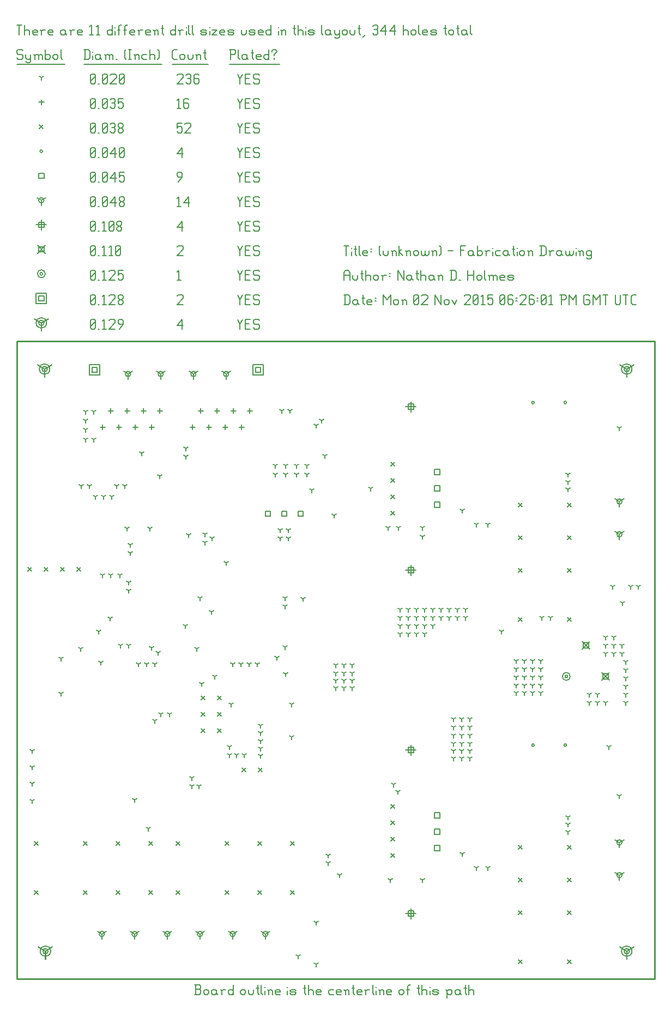
<source format=gbr>
G04 start of page 12 for group -3984 idx -3984 *
G04 Title: (unknown), fab *
G04 Creator: pcb 20140316 *
G04 CreationDate: Mon 02 Nov 2015 06:26:01 PM GMT UTC *
G04 For: ndholmes *
G04 Format: Gerber/RS-274X *
G04 PCB-Dimensions (mil): 3900.00 3900.00 *
G04 PCB-Coordinate-Origin: lower left *
%MOIN*%
%FSLAX25Y25*%
%LNFAB*%
%ADD155C,0.0100*%
%ADD154C,0.0075*%
%ADD153C,0.0060*%
%ADD152C,0.0001*%
%ADD151R,0.0080X0.0080*%
G54D151*X17500Y17000D02*Y12200D01*
G54D152*G36*
X16954Y17147D02*X21807Y19946D01*
X22206Y19253D01*
X17353Y16454D01*
X16954Y17147D01*
G37*
G36*
X17647Y16454D02*X12794Y19253D01*
X13193Y19946D01*
X18046Y17147D01*
X17647Y16454D01*
G37*
G54D151*X15900Y17000D02*G75*G03X19100Y17000I1600J0D01*G01*
G75*G03X15900Y17000I-1600J0D01*G01*
X14300D02*G75*G03X20700Y17000I3200J0D01*G01*
G75*G03X14300Y17000I-3200J0D01*G01*
X373000D02*Y12200D01*
G54D152*G36*
X372454Y17147D02*X377307Y19946D01*
X377706Y19253D01*
X372853Y16454D01*
X372454Y17147D01*
G37*
G36*
X373147Y16454D02*X368294Y19253D01*
X368693Y19946D01*
X373546Y17147D01*
X373147Y16454D01*
G37*
G54D151*X371400Y17000D02*G75*G03X374600Y17000I1600J0D01*G01*
G75*G03X371400Y17000I-1600J0D01*G01*
X369800D02*G75*G03X376200Y17000I3200J0D01*G01*
G75*G03X369800Y17000I-3200J0D01*G01*
X373000Y373000D02*Y368200D01*
G54D152*G36*
X372454Y373147D02*X377307Y375946D01*
X377706Y375253D01*
X372853Y372454D01*
X372454Y373147D01*
G37*
G36*
X373147Y372454D02*X368294Y375253D01*
X368693Y375946D01*
X373546Y373147D01*
X373147Y372454D01*
G37*
G54D151*X371400Y373000D02*G75*G03X374600Y373000I1600J0D01*G01*
G75*G03X371400Y373000I-1600J0D01*G01*
X369800D02*G75*G03X376200Y373000I3200J0D01*G01*
G75*G03X369800Y373000I-3200J0D01*G01*
X17000D02*Y368200D01*
G54D152*G36*
X16454Y373147D02*X21307Y375946D01*
X21706Y375253D01*
X16853Y372454D01*
X16454Y373147D01*
G37*
G36*
X17147Y372454D02*X12294Y375253D01*
X12693Y375946D01*
X17546Y373147D01*
X17147Y372454D01*
G37*
G54D151*X15400Y373000D02*G75*G03X18600Y373000I1600J0D01*G01*
G75*G03X15400Y373000I-1600J0D01*G01*
X13800D02*G75*G03X20200Y373000I3200J0D01*G01*
G75*G03X13800Y373000I-3200J0D01*G01*
X15000Y401250D02*Y396450D01*
G54D152*G36*
X14454Y401397D02*X19307Y404196D01*
X19706Y403503D01*
X14853Y400704D01*
X14454Y401397D01*
G37*
G36*
X15147Y400704D02*X10294Y403503D01*
X10693Y404196D01*
X15546Y401397D01*
X15147Y400704D01*
G37*
G54D151*X13400Y401250D02*G75*G03X16600Y401250I1600J0D01*G01*
G75*G03X13400Y401250I-1600J0D01*G01*
X11800D02*G75*G03X18200Y401250I3200J0D01*G01*
G75*G03X11800Y401250I-3200J0D01*G01*
G54D153*X135000Y403500D02*X136500Y400500D01*
X138000Y403500D01*
X136500Y400500D02*Y397500D01*
X139800Y400800D02*X142050D01*
X139800Y397500D02*X142800D01*
X139800Y403500D02*Y397500D01*
Y403500D02*X142800D01*
X147600D02*X148350Y402750D01*
X145350Y403500D02*X147600D01*
X144600Y402750D02*X145350Y403500D01*
X144600Y402750D02*Y401250D01*
X145350Y400500D01*
X147600D01*
X148350Y399750D01*
Y398250D01*
X147600Y397500D02*X148350Y398250D01*
X145350Y397500D02*X147600D01*
X144600Y398250D02*X145350Y397500D01*
X98000Y399750D02*X101000Y403500D01*
X98000Y399750D02*X101750D01*
X101000Y403500D02*Y397500D01*
X45000Y398250D02*X45750Y397500D01*
X45000Y402750D02*Y398250D01*
Y402750D02*X45750Y403500D01*
X47250D01*
X48000Y402750D01*
Y398250D01*
X47250Y397500D02*X48000Y398250D01*
X45750Y397500D02*X47250D01*
X45000Y399000D02*X48000Y402000D01*
X49800Y397500D02*X50550D01*
X52350Y402300D02*X53550Y403500D01*
Y397500D01*
X52350D02*X54600D01*
X56400Y402750D02*X57150Y403500D01*
X59400D01*
X60150Y402750D01*
Y401250D01*
X56400Y397500D02*X60150Y401250D01*
X56400Y397500D02*X60150D01*
X62700D02*X64950Y400500D01*
Y402750D02*Y400500D01*
X64200Y403500D02*X64950Y402750D01*
X62700Y403500D02*X64200D01*
X61950Y402750D02*X62700Y403500D01*
X61950Y402750D02*Y401250D01*
X62700Y400500D01*
X64950D01*
X145900Y374100D02*X149100D01*
X145900D02*Y370900D01*
X149100D01*
Y374100D02*Y370900D01*
X144300Y375700D02*X150700D01*
X144300D02*Y369300D01*
X150700D01*
Y375700D02*Y369300D01*
X45900Y374100D02*X49100D01*
X45900D02*Y370900D01*
X49100D01*
Y374100D02*Y370900D01*
X44300Y375700D02*X50700D01*
X44300D02*Y369300D01*
X50700D01*
Y375700D02*Y369300D01*
X13400Y417850D02*X16600D01*
X13400D02*Y414650D01*
X16600D01*
Y417850D02*Y414650D01*
X11800Y419450D02*X18200D01*
X11800D02*Y413050D01*
X18200D01*
Y419450D02*Y413050D01*
X135000Y418500D02*X136500Y415500D01*
X138000Y418500D01*
X136500Y415500D02*Y412500D01*
X139800Y415800D02*X142050D01*
X139800Y412500D02*X142800D01*
X139800Y418500D02*Y412500D01*
Y418500D02*X142800D01*
X147600D02*X148350Y417750D01*
X145350Y418500D02*X147600D01*
X144600Y417750D02*X145350Y418500D01*
X144600Y417750D02*Y416250D01*
X145350Y415500D01*
X147600D01*
X148350Y414750D01*
Y413250D01*
X147600Y412500D02*X148350Y413250D01*
X145350Y412500D02*X147600D01*
X144600Y413250D02*X145350Y412500D01*
X98000Y417750D02*X98750Y418500D01*
X101000D01*
X101750Y417750D01*
Y416250D01*
X98000Y412500D02*X101750Y416250D01*
X98000Y412500D02*X101750D01*
X45000Y413250D02*X45750Y412500D01*
X45000Y417750D02*Y413250D01*
Y417750D02*X45750Y418500D01*
X47250D01*
X48000Y417750D01*
Y413250D01*
X47250Y412500D02*X48000Y413250D01*
X45750Y412500D02*X47250D01*
X45000Y414000D02*X48000Y417000D01*
X49800Y412500D02*X50550D01*
X52350Y417300D02*X53550Y418500D01*
Y412500D01*
X52350D02*X54600D01*
X56400Y417750D02*X57150Y418500D01*
X59400D01*
X60150Y417750D01*
Y416250D01*
X56400Y412500D02*X60150Y416250D01*
X56400Y412500D02*X60150D01*
X61950Y413250D02*X62700Y412500D01*
X61950Y414450D02*Y413250D01*
Y414450D02*X63000Y415500D01*
X63900D01*
X64950Y414450D01*
Y413250D01*
X64200Y412500D02*X64950Y413250D01*
X62700Y412500D02*X64200D01*
X61950Y416550D02*X63000Y415500D01*
X61950Y417750D02*Y416550D01*
Y417750D02*X62700Y418500D01*
X64200D01*
X64950Y417750D01*
Y416550D01*
X63900Y415500D02*X64950Y416550D01*
X335200Y185000D02*G75*G03X336800Y185000I800J0D01*G01*
G75*G03X335200Y185000I-800J0D01*G01*
X333600D02*G75*G03X338400Y185000I2400J0D01*G01*
G75*G03X333600Y185000I-2400J0D01*G01*
X14200Y431250D02*G75*G03X15800Y431250I800J0D01*G01*
G75*G03X14200Y431250I-800J0D01*G01*
X12600D02*G75*G03X17400Y431250I2400J0D01*G01*
G75*G03X12600Y431250I-2400J0D01*G01*
X135000Y433500D02*X136500Y430500D01*
X138000Y433500D01*
X136500Y430500D02*Y427500D01*
X139800Y430800D02*X142050D01*
X139800Y427500D02*X142800D01*
X139800Y433500D02*Y427500D01*
Y433500D02*X142800D01*
X147600D02*X148350Y432750D01*
X145350Y433500D02*X147600D01*
X144600Y432750D02*X145350Y433500D01*
X144600Y432750D02*Y431250D01*
X145350Y430500D01*
X147600D01*
X148350Y429750D01*
Y428250D01*
X147600Y427500D02*X148350Y428250D01*
X145350Y427500D02*X147600D01*
X144600Y428250D02*X145350Y427500D01*
X98000Y432300D02*X99200Y433500D01*
Y427500D01*
X98000D02*X100250D01*
X45000Y428250D02*X45750Y427500D01*
X45000Y432750D02*Y428250D01*
Y432750D02*X45750Y433500D01*
X47250D01*
X48000Y432750D01*
Y428250D01*
X47250Y427500D02*X48000Y428250D01*
X45750Y427500D02*X47250D01*
X45000Y429000D02*X48000Y432000D01*
X49800Y427500D02*X50550D01*
X52350Y432300D02*X53550Y433500D01*
Y427500D01*
X52350D02*X54600D01*
X56400Y432750D02*X57150Y433500D01*
X59400D01*
X60150Y432750D01*
Y431250D01*
X56400Y427500D02*X60150Y431250D01*
X56400Y427500D02*X60150D01*
X61950Y433500D02*X64950D01*
X61950D02*Y430500D01*
X62700Y431250D01*
X64200D01*
X64950Y430500D01*
Y428250D01*
X64200Y427500D02*X64950Y428250D01*
X62700Y427500D02*X64200D01*
X61950Y428250D02*X62700Y427500D01*
X357600Y187400D02*X362400Y182600D01*
X357600D02*X362400Y187400D01*
X358400Y186600D02*X361600D01*
X358400D02*Y183400D01*
X361600D01*
Y186600D02*Y183400D01*
X345600Y206400D02*X350400Y201600D01*
X345600D02*X350400Y206400D01*
X346400Y205600D02*X349600D01*
X346400D02*Y202400D01*
X349600D01*
Y205600D02*Y202400D01*
X12600Y448650D02*X17400Y443850D01*
X12600D02*X17400Y448650D01*
X13400Y447850D02*X16600D01*
X13400D02*Y444650D01*
X16600D01*
Y447850D02*Y444650D01*
X135000Y448500D02*X136500Y445500D01*
X138000Y448500D01*
X136500Y445500D02*Y442500D01*
X139800Y445800D02*X142050D01*
X139800Y442500D02*X142800D01*
X139800Y448500D02*Y442500D01*
Y448500D02*X142800D01*
X147600D02*X148350Y447750D01*
X145350Y448500D02*X147600D01*
X144600Y447750D02*X145350Y448500D01*
X144600Y447750D02*Y446250D01*
X145350Y445500D01*
X147600D01*
X148350Y444750D01*
Y443250D01*
X147600Y442500D02*X148350Y443250D01*
X145350Y442500D02*X147600D01*
X144600Y443250D02*X145350Y442500D01*
X98000Y447750D02*X98750Y448500D01*
X101000D01*
X101750Y447750D01*
Y446250D01*
X98000Y442500D02*X101750Y446250D01*
X98000Y442500D02*X101750D01*
X45000Y443250D02*X45750Y442500D01*
X45000Y447750D02*Y443250D01*
Y447750D02*X45750Y448500D01*
X47250D01*
X48000Y447750D01*
Y443250D01*
X47250Y442500D02*X48000Y443250D01*
X45750Y442500D02*X47250D01*
X45000Y444000D02*X48000Y447000D01*
X49800Y442500D02*X50550D01*
X52350Y447300D02*X53550Y448500D01*
Y442500D01*
X52350D02*X54600D01*
X56400Y447300D02*X57600Y448500D01*
Y442500D01*
X56400D02*X58650D01*
X60450Y443250D02*X61200Y442500D01*
X60450Y447750D02*Y443250D01*
Y447750D02*X61200Y448500D01*
X62700D01*
X63450Y447750D01*
Y443250D01*
X62700Y442500D02*X63450Y443250D01*
X61200Y442500D02*X62700D01*
X60450Y444000D02*X63450Y447000D01*
X241000Y253200D02*Y246800D01*
X237800Y250000D02*X244200D01*
X239400Y251600D02*X242600D01*
X239400D02*Y248400D01*
X242600D01*
Y251600D02*Y248400D01*
X241000Y353200D02*Y346800D01*
X237800Y350000D02*X244200D01*
X239400Y351600D02*X242600D01*
X239400D02*Y348400D01*
X242600D01*
Y351600D02*Y348400D01*
X241000Y43200D02*Y36800D01*
X237800Y40000D02*X244200D01*
X239400Y41600D02*X242600D01*
X239400D02*Y38400D01*
X242600D01*
Y41600D02*Y38400D01*
X241000Y143200D02*Y136800D01*
X237800Y140000D02*X244200D01*
X239400Y141600D02*X242600D01*
X239400D02*Y138400D01*
X242600D01*
Y141600D02*Y138400D01*
X15000Y464450D02*Y458050D01*
X11800Y461250D02*X18200D01*
X13400Y462850D02*X16600D01*
X13400D02*Y459650D01*
X16600D01*
Y462850D02*Y459650D01*
X135000Y463500D02*X136500Y460500D01*
X138000Y463500D01*
X136500Y460500D02*Y457500D01*
X139800Y460800D02*X142050D01*
X139800Y457500D02*X142800D01*
X139800Y463500D02*Y457500D01*
Y463500D02*X142800D01*
X147600D02*X148350Y462750D01*
X145350Y463500D02*X147600D01*
X144600Y462750D02*X145350Y463500D01*
X144600Y462750D02*Y461250D01*
X145350Y460500D01*
X147600D01*
X148350Y459750D01*
Y458250D01*
X147600Y457500D02*X148350Y458250D01*
X145350Y457500D02*X147600D01*
X144600Y458250D02*X145350Y457500D01*
X98000Y459750D02*X101000Y463500D01*
X98000Y459750D02*X101750D01*
X101000Y463500D02*Y457500D01*
X45000Y458250D02*X45750Y457500D01*
X45000Y462750D02*Y458250D01*
Y462750D02*X45750Y463500D01*
X47250D01*
X48000Y462750D01*
Y458250D01*
X47250Y457500D02*X48000Y458250D01*
X45750Y457500D02*X47250D01*
X45000Y459000D02*X48000Y462000D01*
X49800Y457500D02*X50550D01*
X52350Y462300D02*X53550Y463500D01*
Y457500D01*
X52350D02*X54600D01*
X56400Y458250D02*X57150Y457500D01*
X56400Y462750D02*Y458250D01*
Y462750D02*X57150Y463500D01*
X58650D01*
X59400Y462750D01*
Y458250D01*
X58650Y457500D02*X59400Y458250D01*
X57150Y457500D02*X58650D01*
X56400Y459000D02*X59400Y462000D01*
X61200Y458250D02*X61950Y457500D01*
X61200Y459450D02*Y458250D01*
Y459450D02*X62250Y460500D01*
X63150D01*
X64200Y459450D01*
Y458250D01*
X63450Y457500D02*X64200Y458250D01*
X61950Y457500D02*X63450D01*
X61200Y461550D02*X62250Y460500D01*
X61200Y462750D02*Y461550D01*
Y462750D02*X61950Y463500D01*
X63450D01*
X64200Y462750D01*
Y461550D01*
X63150Y460500D02*X64200Y461550D01*
X368500Y63500D02*Y60300D01*
Y63500D02*X371273Y65100D01*
X368500Y63500D02*X365727Y65100D01*
X366900Y63500D02*G75*G03X370100Y63500I1600J0D01*G01*
G75*G03X366900Y63500I-1600J0D01*G01*
X368500Y83500D02*Y80300D01*
Y83500D02*X371273Y85100D01*
X368500Y83500D02*X365727Y85100D01*
X366900Y83500D02*G75*G03X370100Y83500I1600J0D01*G01*
G75*G03X366900Y83500I-1600J0D01*G01*
X368500Y272000D02*Y268800D01*
Y272000D02*X371273Y273600D01*
X368500Y272000D02*X365727Y273600D01*
X366900Y272000D02*G75*G03X370100Y272000I1600J0D01*G01*
G75*G03X366900Y272000I-1600J0D01*G01*
X368500Y292000D02*Y288800D01*
Y292000D02*X371273Y293600D01*
X368500Y292000D02*X365727Y293600D01*
X366900Y292000D02*G75*G03X370100Y292000I1600J0D01*G01*
G75*G03X366900Y292000I-1600J0D01*G01*
X88000Y370000D02*Y366800D01*
Y370000D02*X90773Y371600D01*
X88000Y370000D02*X85227Y371600D01*
X86400Y370000D02*G75*G03X89600Y370000I1600J0D01*G01*
G75*G03X86400Y370000I-1600J0D01*G01*
X68000D02*Y366800D01*
Y370000D02*X70773Y371600D01*
X68000Y370000D02*X65227Y371600D01*
X66400Y370000D02*G75*G03X69600Y370000I1600J0D01*G01*
G75*G03X66400Y370000I-1600J0D01*G01*
X128000D02*Y366800D01*
Y370000D02*X130773Y371600D01*
X128000Y370000D02*X125227Y371600D01*
X126400Y370000D02*G75*G03X129600Y370000I1600J0D01*G01*
G75*G03X126400Y370000I-1600J0D01*G01*
X108000D02*Y366800D01*
Y370000D02*X110773Y371600D01*
X108000Y370000D02*X105227Y371600D01*
X106400Y370000D02*G75*G03X109600Y370000I1600J0D01*G01*
G75*G03X106400Y370000I-1600J0D01*G01*
X92000Y27500D02*Y24300D01*
Y27500D02*X94773Y29100D01*
X92000Y27500D02*X89227Y29100D01*
X90400Y27500D02*G75*G03X93600Y27500I1600J0D01*G01*
G75*G03X90400Y27500I-1600J0D01*G01*
X112000D02*Y24300D01*
Y27500D02*X114773Y29100D01*
X112000Y27500D02*X109227Y29100D01*
X110400Y27500D02*G75*G03X113600Y27500I1600J0D01*G01*
G75*G03X110400Y27500I-1600J0D01*G01*
X52000D02*Y24300D01*
Y27500D02*X54773Y29100D01*
X52000Y27500D02*X49227Y29100D01*
X50400Y27500D02*G75*G03X53600Y27500I1600J0D01*G01*
G75*G03X50400Y27500I-1600J0D01*G01*
X72000D02*Y24300D01*
Y27500D02*X74773Y29100D01*
X72000Y27500D02*X69227Y29100D01*
X70400Y27500D02*G75*G03X73600Y27500I1600J0D01*G01*
G75*G03X70400Y27500I-1600J0D01*G01*
X132000D02*Y24300D01*
Y27500D02*X134773Y29100D01*
X132000Y27500D02*X129227Y29100D01*
X130400Y27500D02*G75*G03X133600Y27500I1600J0D01*G01*
G75*G03X130400Y27500I-1600J0D01*G01*
X152000D02*Y24300D01*
Y27500D02*X154773Y29100D01*
X152000Y27500D02*X149227Y29100D01*
X150400Y27500D02*G75*G03X153600Y27500I1600J0D01*G01*
G75*G03X150400Y27500I-1600J0D01*G01*
X15000Y476250D02*Y473050D01*
Y476250D02*X17773Y477850D01*
X15000Y476250D02*X12227Y477850D01*
X13400Y476250D02*G75*G03X16600Y476250I1600J0D01*G01*
G75*G03X13400Y476250I-1600J0D01*G01*
X135000Y478500D02*X136500Y475500D01*
X138000Y478500D01*
X136500Y475500D02*Y472500D01*
X139800Y475800D02*X142050D01*
X139800Y472500D02*X142800D01*
X139800Y478500D02*Y472500D01*
Y478500D02*X142800D01*
X147600D02*X148350Y477750D01*
X145350Y478500D02*X147600D01*
X144600Y477750D02*X145350Y478500D01*
X144600Y477750D02*Y476250D01*
X145350Y475500D01*
X147600D01*
X148350Y474750D01*
Y473250D01*
X147600Y472500D02*X148350Y473250D01*
X145350Y472500D02*X147600D01*
X144600Y473250D02*X145350Y472500D01*
X98000Y477300D02*X99200Y478500D01*
Y472500D01*
X98000D02*X100250D01*
X102050Y474750D02*X105050Y478500D01*
X102050Y474750D02*X105800D01*
X105050Y478500D02*Y472500D01*
X45000Y473250D02*X45750Y472500D01*
X45000Y477750D02*Y473250D01*
Y477750D02*X45750Y478500D01*
X47250D01*
X48000Y477750D01*
Y473250D01*
X47250Y472500D02*X48000Y473250D01*
X45750Y472500D02*X47250D01*
X45000Y474000D02*X48000Y477000D01*
X49800Y472500D02*X50550D01*
X52350Y473250D02*X53100Y472500D01*
X52350Y477750D02*Y473250D01*
Y477750D02*X53100Y478500D01*
X54600D01*
X55350Y477750D01*
Y473250D01*
X54600Y472500D02*X55350Y473250D01*
X53100Y472500D02*X54600D01*
X52350Y474000D02*X55350Y477000D01*
X57150Y474750D02*X60150Y478500D01*
X57150Y474750D02*X60900D01*
X60150Y478500D02*Y472500D01*
X62700Y473250D02*X63450Y472500D01*
X62700Y474450D02*Y473250D01*
Y474450D02*X63750Y475500D01*
X64650D01*
X65700Y474450D01*
Y473250D01*
X64950Y472500D02*X65700Y473250D01*
X63450Y472500D02*X64950D01*
X62700Y476550D02*X63750Y475500D01*
X62700Y477750D02*Y476550D01*
Y477750D02*X63450Y478500D01*
X64950D01*
X65700Y477750D01*
Y476550D01*
X64650Y475500D02*X65700Y476550D01*
X255400Y101600D02*X258600D01*
X255400D02*Y98400D01*
X258600D01*
Y101600D02*Y98400D01*
X255400Y91600D02*X258600D01*
X255400D02*Y88400D01*
X258600D01*
Y91600D02*Y88400D01*
X255400Y81600D02*X258600D01*
X255400D02*Y78400D01*
X258600D01*
Y81600D02*Y78400D01*
X255400Y311600D02*X258600D01*
X255400D02*Y308400D01*
X258600D01*
Y311600D02*Y308400D01*
X255400Y301600D02*X258600D01*
X255400D02*Y298400D01*
X258600D01*
Y301600D02*Y298400D01*
X255400Y291600D02*X258600D01*
X255400D02*Y288400D01*
X258600D01*
Y291600D02*Y288400D01*
X151900Y286100D02*X155100D01*
X151900D02*Y282900D01*
X155100D01*
Y286100D02*Y282900D01*
X161900Y286100D02*X165100D01*
X161900D02*Y282900D01*
X165100D01*
Y286100D02*Y282900D01*
X171900Y286100D02*X175100D01*
X171900D02*Y282900D01*
X175100D01*
Y286100D02*Y282900D01*
X13400Y492850D02*X16600D01*
X13400D02*Y489650D01*
X16600D01*
Y492850D02*Y489650D01*
X135000Y493500D02*X136500Y490500D01*
X138000Y493500D01*
X136500Y490500D02*Y487500D01*
X139800Y490800D02*X142050D01*
X139800Y487500D02*X142800D01*
X139800Y493500D02*Y487500D01*
Y493500D02*X142800D01*
X147600D02*X148350Y492750D01*
X145350Y493500D02*X147600D01*
X144600Y492750D02*X145350Y493500D01*
X144600Y492750D02*Y491250D01*
X145350Y490500D01*
X147600D01*
X148350Y489750D01*
Y488250D01*
X147600Y487500D02*X148350Y488250D01*
X145350Y487500D02*X147600D01*
X144600Y488250D02*X145350Y487500D01*
X98750D02*X101000Y490500D01*
Y492750D02*Y490500D01*
X100250Y493500D02*X101000Y492750D01*
X98750Y493500D02*X100250D01*
X98000Y492750D02*X98750Y493500D01*
X98000Y492750D02*Y491250D01*
X98750Y490500D01*
X101000D01*
X45000Y488250D02*X45750Y487500D01*
X45000Y492750D02*Y488250D01*
Y492750D02*X45750Y493500D01*
X47250D01*
X48000Y492750D01*
Y488250D01*
X47250Y487500D02*X48000Y488250D01*
X45750Y487500D02*X47250D01*
X45000Y489000D02*X48000Y492000D01*
X49800Y487500D02*X50550D01*
X52350Y488250D02*X53100Y487500D01*
X52350Y492750D02*Y488250D01*
Y492750D02*X53100Y493500D01*
X54600D01*
X55350Y492750D01*
Y488250D01*
X54600Y487500D02*X55350Y488250D01*
X53100Y487500D02*X54600D01*
X52350Y489000D02*X55350Y492000D01*
X57150Y489750D02*X60150Y493500D01*
X57150Y489750D02*X60900D01*
X60150Y493500D02*Y487500D01*
X62700Y493500D02*X65700D01*
X62700D02*Y490500D01*
X63450Y491250D01*
X64950D01*
X65700Y490500D01*
Y488250D01*
X64950Y487500D02*X65700Y488250D01*
X63450Y487500D02*X64950D01*
X62700Y488250D02*X63450Y487500D01*
X334550Y143000D02*G75*G03X336150Y143000I800J0D01*G01*
G75*G03X334550Y143000I-800J0D01*G01*
X314850D02*G75*G03X316450Y143000I800J0D01*G01*
G75*G03X314850Y143000I-800J0D01*G01*
X334550Y352500D02*G75*G03X336150Y352500I800J0D01*G01*
G75*G03X334550Y352500I-800J0D01*G01*
X314850D02*G75*G03X316450Y352500I800J0D01*G01*
G75*G03X314850Y352500I-800J0D01*G01*
X14200Y506250D02*G75*G03X15800Y506250I800J0D01*G01*
G75*G03X14200Y506250I-800J0D01*G01*
X135000Y508500D02*X136500Y505500D01*
X138000Y508500D01*
X136500Y505500D02*Y502500D01*
X139800Y505800D02*X142050D01*
X139800Y502500D02*X142800D01*
X139800Y508500D02*Y502500D01*
Y508500D02*X142800D01*
X147600D02*X148350Y507750D01*
X145350Y508500D02*X147600D01*
X144600Y507750D02*X145350Y508500D01*
X144600Y507750D02*Y506250D01*
X145350Y505500D01*
X147600D01*
X148350Y504750D01*
Y503250D01*
X147600Y502500D02*X148350Y503250D01*
X145350Y502500D02*X147600D01*
X144600Y503250D02*X145350Y502500D01*
X98000Y504750D02*X101000Y508500D01*
X98000Y504750D02*X101750D01*
X101000Y508500D02*Y502500D01*
X45000Y503250D02*X45750Y502500D01*
X45000Y507750D02*Y503250D01*
Y507750D02*X45750Y508500D01*
X47250D01*
X48000Y507750D01*
Y503250D01*
X47250Y502500D02*X48000Y503250D01*
X45750Y502500D02*X47250D01*
X45000Y504000D02*X48000Y507000D01*
X49800Y502500D02*X50550D01*
X52350Y503250D02*X53100Y502500D01*
X52350Y507750D02*Y503250D01*
Y507750D02*X53100Y508500D01*
X54600D01*
X55350Y507750D01*
Y503250D01*
X54600Y502500D02*X55350Y503250D01*
X53100Y502500D02*X54600D01*
X52350Y504000D02*X55350Y507000D01*
X57150Y504750D02*X60150Y508500D01*
X57150Y504750D02*X60900D01*
X60150Y508500D02*Y502500D01*
X62700Y503250D02*X63450Y502500D01*
X62700Y507750D02*Y503250D01*
Y507750D02*X63450Y508500D01*
X64950D01*
X65700Y507750D01*
Y503250D01*
X64950Y502500D02*X65700Y503250D01*
X63450Y502500D02*X64950D01*
X62700Y504000D02*X65700Y507000D01*
X336800Y221200D02*X339200Y218800D01*
X336800D02*X339200Y221200D01*
X336800Y251200D02*X339200Y248800D01*
X336800D02*X339200Y251200D01*
X336800Y271200D02*X339200Y268800D01*
X336800D02*X339200Y271200D01*
X336800Y291200D02*X339200Y288800D01*
X336800D02*X339200Y291200D01*
X306800D02*X309200Y288800D01*
X306800D02*X309200Y291200D01*
X306800Y271200D02*X309200Y268800D01*
X306800D02*X309200Y271200D01*
X306800Y251200D02*X309200Y248800D01*
X306800D02*X309200Y251200D01*
X306800Y221200D02*X309200Y218800D01*
X306800D02*X309200Y221200D01*
X336800Y11700D02*X339200Y9300D01*
X336800D02*X339200Y11700D01*
X336800Y41700D02*X339200Y39300D01*
X336800D02*X339200Y41700D01*
X336800Y61700D02*X339200Y59300D01*
X336800D02*X339200Y61700D01*
X336800Y81700D02*X339200Y79300D01*
X336800D02*X339200Y81700D01*
X306800D02*X309200Y79300D01*
X306800D02*X309200Y81700D01*
X306800Y61700D02*X309200Y59300D01*
X306800D02*X309200Y61700D01*
X306800Y41700D02*X309200Y39300D01*
X306800D02*X309200Y41700D01*
X306800Y11700D02*X309200Y9300D01*
X306800D02*X309200Y11700D01*
X10800Y54200D02*X13200Y51800D01*
X10800D02*X13200Y54200D01*
X40800D02*X43200Y51800D01*
X40800D02*X43200Y54200D01*
X60800D02*X63200Y51800D01*
X60800D02*X63200Y54200D01*
X80800D02*X83200Y51800D01*
X80800D02*X83200Y54200D01*
X80800Y84200D02*X83200Y81800D01*
X80800D02*X83200Y84200D01*
X60800D02*X63200Y81800D01*
X60800D02*X63200Y84200D01*
X40800D02*X43200Y81800D01*
X40800D02*X43200Y84200D01*
X10800D02*X13200Y81800D01*
X10800D02*X13200Y84200D01*
X97300Y54200D02*X99700Y51800D01*
X97300D02*X99700Y54200D01*
X127300D02*X129700Y51800D01*
X127300D02*X129700Y54200D01*
X147300D02*X149700Y51800D01*
X147300D02*X149700Y54200D01*
X167300D02*X169700Y51800D01*
X167300D02*X169700Y54200D01*
X167300Y84200D02*X169700Y81800D01*
X167300D02*X169700Y84200D01*
X147300D02*X149700Y81800D01*
X147300D02*X149700Y84200D01*
X127300D02*X129700Y81800D01*
X127300D02*X129700Y84200D01*
X97300D02*X99700Y81800D01*
X97300D02*X99700Y84200D01*
X147800Y129200D02*X150200Y126800D01*
X147800D02*X150200Y129200D01*
X137800D02*X140200Y126800D01*
X137800D02*X140200Y129200D01*
X112800Y173200D02*X115200Y170800D01*
X112800D02*X115200Y173200D01*
X112800Y163200D02*X115200Y160800D01*
X112800D02*X115200Y163200D01*
X112800Y153200D02*X115200Y150800D01*
X112800D02*X115200Y153200D01*
X122800Y173200D02*X125200Y170800D01*
X122800D02*X125200Y173200D01*
X122800Y163200D02*X125200Y160800D01*
X122800D02*X125200Y163200D01*
X122800Y153200D02*X125200Y150800D01*
X122800D02*X125200Y153200D01*
X36800Y251700D02*X39200Y249300D01*
X36800D02*X39200Y251700D01*
X26800D02*X29200Y249300D01*
X26800D02*X29200Y251700D01*
X16800D02*X19200Y249300D01*
X16800D02*X19200Y251700D01*
X6800D02*X9200Y249300D01*
X6800D02*X9200Y251700D01*
X228800Y106700D02*X231200Y104300D01*
X228800D02*X231200Y106700D01*
X228800Y96700D02*X231200Y94300D01*
X228800D02*X231200Y96700D01*
X228800Y86700D02*X231200Y84300D01*
X228800D02*X231200Y86700D01*
X228800Y76700D02*X231200Y74300D01*
X228800D02*X231200Y76700D01*
X228800Y316200D02*X231200Y313800D01*
X228800D02*X231200Y316200D01*
X228800Y306200D02*X231200Y303800D01*
X228800D02*X231200Y306200D01*
X228800Y296200D02*X231200Y293800D01*
X228800D02*X231200Y296200D01*
X228800Y286200D02*X231200Y283800D01*
X228800D02*X231200Y286200D01*
X13800Y522450D02*X16200Y520050D01*
X13800D02*X16200Y522450D01*
X135000Y523500D02*X136500Y520500D01*
X138000Y523500D01*
X136500Y520500D02*Y517500D01*
X139800Y520800D02*X142050D01*
X139800Y517500D02*X142800D01*
X139800Y523500D02*Y517500D01*
Y523500D02*X142800D01*
X147600D02*X148350Y522750D01*
X145350Y523500D02*X147600D01*
X144600Y522750D02*X145350Y523500D01*
X144600Y522750D02*Y521250D01*
X145350Y520500D01*
X147600D01*
X148350Y519750D01*
Y518250D01*
X147600Y517500D02*X148350Y518250D01*
X145350Y517500D02*X147600D01*
X144600Y518250D02*X145350Y517500D01*
X98000Y523500D02*X101000D01*
X98000D02*Y520500D01*
X98750Y521250D01*
X100250D01*
X101000Y520500D01*
Y518250D01*
X100250Y517500D02*X101000Y518250D01*
X98750Y517500D02*X100250D01*
X98000Y518250D02*X98750Y517500D01*
X102800Y522750D02*X103550Y523500D01*
X105800D01*
X106550Y522750D01*
Y521250D01*
X102800Y517500D02*X106550Y521250D01*
X102800Y517500D02*X106550D01*
X45000Y518250D02*X45750Y517500D01*
X45000Y522750D02*Y518250D01*
Y522750D02*X45750Y523500D01*
X47250D01*
X48000Y522750D01*
Y518250D01*
X47250Y517500D02*X48000Y518250D01*
X45750Y517500D02*X47250D01*
X45000Y519000D02*X48000Y522000D01*
X49800Y517500D02*X50550D01*
X52350Y518250D02*X53100Y517500D01*
X52350Y522750D02*Y518250D01*
Y522750D02*X53100Y523500D01*
X54600D01*
X55350Y522750D01*
Y518250D01*
X54600Y517500D02*X55350Y518250D01*
X53100Y517500D02*X54600D01*
X52350Y519000D02*X55350Y522000D01*
X57150Y522750D02*X57900Y523500D01*
X59400D01*
X60150Y522750D01*
X59400Y517500D02*X60150Y518250D01*
X57900Y517500D02*X59400D01*
X57150Y518250D02*X57900Y517500D01*
Y520800D02*X59400D01*
X60150Y522750D02*Y521550D01*
Y520050D02*Y518250D01*
Y520050D02*X59400Y520800D01*
X60150Y521550D02*X59400Y520800D01*
X61950Y518250D02*X62700Y517500D01*
X61950Y519450D02*Y518250D01*
Y519450D02*X63000Y520500D01*
X63900D01*
X64950Y519450D01*
Y518250D01*
X64200Y517500D02*X64950Y518250D01*
X62700Y517500D02*X64200D01*
X61950Y521550D02*X63000Y520500D01*
X61950Y522750D02*Y521550D01*
Y522750D02*X62700Y523500D01*
X64200D01*
X64950Y522750D01*
Y521550D01*
X63900Y520500D02*X64950Y521550D01*
X142500Y349100D02*Y345900D01*
X140900Y347500D02*X144100D01*
X137500Y339100D02*Y335900D01*
X135900Y337500D02*X139100D01*
X132500Y349100D02*Y345900D01*
X130900Y347500D02*X134100D01*
X127500Y339100D02*Y335900D01*
X125900Y337500D02*X129100D01*
X122500Y349100D02*Y345900D01*
X120900Y347500D02*X124100D01*
X117500Y339100D02*Y335900D01*
X115900Y337500D02*X119100D01*
X112500Y349100D02*Y345900D01*
X110900Y347500D02*X114100D01*
X107500Y339100D02*Y335900D01*
X105900Y337500D02*X109100D01*
X87500Y349100D02*Y345900D01*
X85900Y347500D02*X89100D01*
X82500Y339100D02*Y335900D01*
X80900Y337500D02*X84100D01*
X77500Y349100D02*Y345900D01*
X75900Y347500D02*X79100D01*
X72500Y339100D02*Y335900D01*
X70900Y337500D02*X74100D01*
X67500Y349100D02*Y345900D01*
X65900Y347500D02*X69100D01*
X62500Y339100D02*Y335900D01*
X60900Y337500D02*X64100D01*
X57500Y349100D02*Y345900D01*
X55900Y347500D02*X59100D01*
X52500Y339100D02*Y335900D01*
X50900Y337500D02*X54100D01*
X15000Y537850D02*Y534650D01*
X13400Y536250D02*X16600D01*
X135000Y538500D02*X136500Y535500D01*
X138000Y538500D01*
X136500Y535500D02*Y532500D01*
X139800Y535800D02*X142050D01*
X139800Y532500D02*X142800D01*
X139800Y538500D02*Y532500D01*
Y538500D02*X142800D01*
X147600D02*X148350Y537750D01*
X145350Y538500D02*X147600D01*
X144600Y537750D02*X145350Y538500D01*
X144600Y537750D02*Y536250D01*
X145350Y535500D01*
X147600D01*
X148350Y534750D01*
Y533250D01*
X147600Y532500D02*X148350Y533250D01*
X145350Y532500D02*X147600D01*
X144600Y533250D02*X145350Y532500D01*
X98000Y537300D02*X99200Y538500D01*
Y532500D01*
X98000D02*X100250D01*
X104300Y538500D02*X105050Y537750D01*
X102800Y538500D02*X104300D01*
X102050Y537750D02*X102800Y538500D01*
X102050Y537750D02*Y533250D01*
X102800Y532500D01*
X104300Y535800D02*X105050Y535050D01*
X102050Y535800D02*X104300D01*
X102800Y532500D02*X104300D01*
X105050Y533250D01*
Y535050D02*Y533250D01*
X45000D02*X45750Y532500D01*
X45000Y537750D02*Y533250D01*
Y537750D02*X45750Y538500D01*
X47250D01*
X48000Y537750D01*
Y533250D01*
X47250Y532500D02*X48000Y533250D01*
X45750Y532500D02*X47250D01*
X45000Y534000D02*X48000Y537000D01*
X49800Y532500D02*X50550D01*
X52350Y533250D02*X53100Y532500D01*
X52350Y537750D02*Y533250D01*
Y537750D02*X53100Y538500D01*
X54600D01*
X55350Y537750D01*
Y533250D01*
X54600Y532500D02*X55350Y533250D01*
X53100Y532500D02*X54600D01*
X52350Y534000D02*X55350Y537000D01*
X57150Y537750D02*X57900Y538500D01*
X59400D01*
X60150Y537750D01*
X59400Y532500D02*X60150Y533250D01*
X57900Y532500D02*X59400D01*
X57150Y533250D02*X57900Y532500D01*
Y535800D02*X59400D01*
X60150Y537750D02*Y536550D01*
Y535050D02*Y533250D01*
Y535050D02*X59400Y535800D01*
X60150Y536550D02*X59400Y535800D01*
X61950Y538500D02*X64950D01*
X61950D02*Y535500D01*
X62700Y536250D01*
X64200D01*
X64950Y535500D01*
Y533250D01*
X64200Y532500D02*X64950Y533250D01*
X62700Y532500D02*X64200D01*
X61950Y533250D02*X62700Y532500D01*
X315500Y194500D02*Y192900D01*
Y194500D02*X316887Y195300D01*
X315500Y194500D02*X314113Y195300D01*
X320500Y194500D02*Y192900D01*
Y194500D02*X321887Y195300D01*
X320500Y194500D02*X319113Y195300D01*
X315500Y189500D02*Y187900D01*
Y189500D02*X316887Y190300D01*
X315500Y189500D02*X314113Y190300D01*
X320500Y189500D02*Y187900D01*
Y189500D02*X321887Y190300D01*
X320500Y189500D02*X319113Y190300D01*
X315500Y184500D02*Y182900D01*
Y184500D02*X316887Y185300D01*
X315500Y184500D02*X314113Y185300D01*
X320500Y184500D02*Y182900D01*
Y184500D02*X321887Y185300D01*
X320500Y184500D02*X319113Y185300D01*
X315500Y179500D02*Y177900D01*
Y179500D02*X316887Y180300D01*
X315500Y179500D02*X314113Y180300D01*
X320500Y179500D02*Y177900D01*
Y179500D02*X321887Y180300D01*
X320500Y179500D02*X319113Y180300D01*
X315500Y175000D02*Y173400D01*
Y175000D02*X316887Y175800D01*
X315500Y175000D02*X314113Y175800D01*
X320500Y175000D02*Y173400D01*
Y175000D02*X321887Y175800D01*
X320500Y175000D02*X319113Y175800D01*
X305500Y194500D02*Y192900D01*
Y194500D02*X306887Y195300D01*
X305500Y194500D02*X304113Y195300D01*
X310500Y194500D02*Y192900D01*
Y194500D02*X311887Y195300D01*
X310500Y194500D02*X309113Y195300D01*
X305500Y189500D02*Y187900D01*
Y189500D02*X306887Y190300D01*
X305500Y189500D02*X304113Y190300D01*
X310500Y189500D02*Y187900D01*
Y189500D02*X311887Y190300D01*
X310500Y189500D02*X309113Y190300D01*
X305500Y184500D02*Y182900D01*
Y184500D02*X306887Y185300D01*
X305500Y184500D02*X304113Y185300D01*
X310500Y184500D02*Y182900D01*
Y184500D02*X311887Y185300D01*
X310500Y184500D02*X309113Y185300D01*
X305500Y179500D02*Y177900D01*
Y179500D02*X306887Y180300D01*
X305500Y179500D02*X304113Y180300D01*
X310500Y179500D02*Y177900D01*
Y179500D02*X311887Y180300D01*
X310500Y179500D02*X309113Y180300D01*
X305500Y175000D02*Y173400D01*
Y175000D02*X306887Y175800D01*
X305500Y175000D02*X304113Y175800D01*
X310500Y175000D02*Y173400D01*
Y175000D02*X311887Y175800D01*
X310500Y175000D02*X309113Y175800D01*
X267000Y149000D02*Y147400D01*
Y149000D02*X268387Y149800D01*
X267000Y149000D02*X265613Y149800D01*
X272000Y149000D02*Y147400D01*
Y149000D02*X273387Y149800D01*
X272000Y149000D02*X270613Y149800D01*
X267000Y144000D02*Y142400D01*
Y144000D02*X268387Y144800D01*
X267000Y144000D02*X265613Y144800D01*
X272000Y144000D02*Y142400D01*
Y144000D02*X273387Y144800D01*
X272000Y144000D02*X270613Y144800D01*
X267000Y139500D02*Y137900D01*
Y139500D02*X268387Y140300D01*
X267000Y139500D02*X265613Y140300D01*
X272000Y139500D02*Y137900D01*
Y139500D02*X273387Y140300D01*
X272000Y139500D02*X270613Y140300D01*
X277000Y139500D02*Y137900D01*
Y139500D02*X278387Y140300D01*
X277000Y139500D02*X275613Y140300D01*
X267000Y135000D02*Y133400D01*
Y135000D02*X268387Y135800D01*
X267000Y135000D02*X265613Y135800D01*
X272000Y135000D02*Y133400D01*
Y135000D02*X273387Y135800D01*
X272000Y135000D02*X270613Y135800D01*
X277000Y135000D02*Y133400D01*
Y135000D02*X278387Y135800D01*
X277000Y135000D02*X275613Y135800D01*
X277000Y149000D02*Y147400D01*
Y149000D02*X278387Y149800D01*
X277000Y149000D02*X275613Y149800D01*
X277000Y144000D02*Y142400D01*
Y144000D02*X278387Y144800D01*
X277000Y144000D02*X275613Y144800D01*
X277000Y154000D02*Y152400D01*
Y154000D02*X278387Y154800D01*
X277000Y154000D02*X275613Y154800D01*
X272000Y154000D02*Y152400D01*
Y154000D02*X273387Y154800D01*
X272000Y154000D02*X270613Y154800D01*
X267000Y154000D02*Y152400D01*
Y154000D02*X268387Y154800D01*
X267000Y154000D02*X265613Y154800D01*
X267000Y159000D02*Y157400D01*
Y159000D02*X268387Y159800D01*
X267000Y159000D02*X265613Y159800D01*
X272000Y159000D02*Y157400D01*
Y159000D02*X273387Y159800D01*
X272000Y159000D02*X270613Y159800D01*
X277000Y159000D02*Y157400D01*
Y159000D02*X278387Y159800D01*
X277000Y159000D02*X275613Y159800D01*
X195000Y192000D02*Y190400D01*
Y192000D02*X196387Y192800D01*
X195000Y192000D02*X193613Y192800D01*
X200000Y192000D02*Y190400D01*
Y192000D02*X201387Y192800D01*
X200000Y192000D02*X198613Y192800D01*
X195000Y187000D02*Y185400D01*
Y187000D02*X196387Y187800D01*
X195000Y187000D02*X193613Y187800D01*
X200000Y187000D02*Y185400D01*
Y187000D02*X201387Y187800D01*
X200000Y187000D02*X198613Y187800D01*
X195000Y182500D02*Y180900D01*
Y182500D02*X196387Y183300D01*
X195000Y182500D02*X193613Y183300D01*
X200000Y182500D02*Y180900D01*
Y182500D02*X201387Y183300D01*
X200000Y182500D02*X198613Y183300D01*
X195000Y178000D02*Y176400D01*
Y178000D02*X196387Y178800D01*
X195000Y178000D02*X193613Y178800D01*
X200000Y178000D02*Y176400D01*
Y178000D02*X201387Y178800D01*
X200000Y178000D02*X198613Y178800D01*
X205000Y192000D02*Y190400D01*
Y192000D02*X206387Y192800D01*
X205000Y192000D02*X203613Y192800D01*
X205000Y187000D02*Y185400D01*
Y187000D02*X206387Y187800D01*
X205000Y187000D02*X203613Y187800D01*
X205000Y182500D02*Y180900D01*
Y182500D02*X206387Y183300D01*
X205000Y182500D02*X203613Y183300D01*
X205000Y178000D02*Y176400D01*
Y178000D02*X206387Y178800D01*
X205000Y178000D02*X203613Y178800D01*
X233500Y276000D02*Y274400D01*
Y276000D02*X234887Y276800D01*
X233500Y276000D02*X232113Y276800D01*
X248000Y270500D02*Y268900D01*
Y270500D02*X249387Y271300D01*
X248000Y270500D02*X246613Y271300D01*
X248000Y276000D02*Y274400D01*
Y276000D02*X249387Y276800D01*
X248000Y276000D02*X246613Y276800D01*
X227000Y276000D02*Y274400D01*
Y276000D02*X228387Y276800D01*
X227000Y276000D02*X225613Y276800D01*
X194000Y283500D02*Y281900D01*
Y283500D02*X195387Y284300D01*
X194000Y283500D02*X192613Y284300D01*
X248000Y60500D02*Y58900D01*
Y60500D02*X249387Y61300D01*
X248000Y60500D02*X246613Y61300D01*
X228500Y60500D02*Y58900D01*
Y60500D02*X229887Y61300D01*
X228500Y60500D02*X227113Y61300D01*
X197500Y63500D02*Y61900D01*
Y63500D02*X198887Y64300D01*
X197500Y63500D02*X196113Y64300D01*
X175000Y232500D02*Y230900D01*
Y232500D02*X176387Y233300D01*
X175000Y232500D02*X173613Y233300D01*
X164000Y228000D02*Y226400D01*
Y228000D02*X165387Y228800D01*
X164000Y228000D02*X162613Y228800D01*
X164000Y233000D02*Y231400D01*
Y233000D02*X165387Y233800D01*
X164000Y233000D02*X162613Y233800D01*
X161000Y269500D02*Y267900D01*
Y269500D02*X162387Y270300D01*
X161000Y269500D02*X159613Y270300D01*
X161000Y274500D02*Y272900D01*
Y274500D02*X162387Y275300D01*
X161000Y274500D02*X159613Y275300D01*
X166000Y269500D02*Y267900D01*
Y269500D02*X167387Y270300D01*
X166000Y269500D02*X164613Y270300D01*
X166000Y274500D02*Y272900D01*
Y274500D02*X167387Y275300D01*
X166000Y274500D02*X164613Y275300D01*
X370500Y230000D02*Y228400D01*
Y230000D02*X371887Y230800D01*
X370500Y230000D02*X369113Y230800D01*
X368500Y337000D02*Y335400D01*
Y337000D02*X369887Y337800D01*
X368500Y337000D02*X367113Y337800D01*
X360000Y209000D02*Y207400D01*
Y209000D02*X361387Y209800D01*
X360000Y209000D02*X358613Y209800D01*
X365000Y209000D02*Y207400D01*
Y209000D02*X366387Y209800D01*
X365000Y209000D02*X363613Y209800D01*
X360000Y204000D02*Y202400D01*
Y204000D02*X361387Y204800D01*
X360000Y204000D02*X358613Y204800D01*
X365000Y204000D02*Y202400D01*
Y204000D02*X366387Y204800D01*
X365000Y204000D02*X363613Y204800D01*
X360000Y199000D02*Y197400D01*
Y199000D02*X361387Y199800D01*
X360000Y199000D02*X358613Y199800D01*
X365000Y199000D02*Y197400D01*
Y199000D02*X366387Y199800D01*
X365000Y199000D02*X363613Y199800D01*
X370000Y204000D02*Y202400D01*
Y204000D02*X371387Y204800D01*
X370000Y204000D02*X368613Y204800D01*
X370000Y199000D02*Y197400D01*
Y199000D02*X371387Y199800D01*
X370000Y199000D02*X368613Y199800D01*
X372500Y194000D02*Y192400D01*
Y194000D02*X373887Y194800D01*
X372500Y194000D02*X371113Y194800D01*
X372500Y189000D02*Y187400D01*
Y189000D02*X373887Y189800D01*
X372500Y189000D02*X371113Y189800D01*
X372500Y184000D02*Y182400D01*
Y184000D02*X373887Y184800D01*
X372500Y184000D02*X371113Y184800D01*
X372500Y179000D02*Y177400D01*
Y179000D02*X373887Y179800D01*
X372500Y179000D02*X371113Y179800D01*
X372500Y174000D02*Y172400D01*
Y174000D02*X373887Y174800D01*
X372500Y174000D02*X371113Y174800D01*
X372500Y169000D02*Y167400D01*
Y169000D02*X373887Y169800D01*
X372500Y169000D02*X371113Y169800D01*
X350000Y174000D02*Y172400D01*
Y174000D02*X351387Y174800D01*
X350000Y174000D02*X348613Y174800D01*
X355000Y174000D02*Y172400D01*
Y174000D02*X356387Y174800D01*
X355000Y174000D02*X353613Y174800D01*
X350000Y169000D02*Y167400D01*
Y169000D02*X351387Y169800D01*
X350000Y169000D02*X348613Y169800D01*
X355000Y169000D02*Y167400D01*
Y169000D02*X356387Y169800D01*
X355000Y169000D02*X353613Y169800D01*
X360000Y169000D02*Y167400D01*
Y169000D02*X361387Y169800D01*
X360000Y169000D02*X358613Y169800D01*
X380000Y240000D02*Y238400D01*
Y240000D02*X381387Y240800D01*
X380000Y240000D02*X378613Y240800D01*
X375500Y240000D02*Y238400D01*
Y240000D02*X376887Y240800D01*
X375500Y240000D02*X374113Y240800D01*
X326500Y221000D02*Y219400D01*
Y221000D02*X327887Y221800D01*
X326500Y221000D02*X325113Y221800D01*
X321000Y221000D02*Y219400D01*
Y221000D02*X322387Y221800D01*
X321000Y221000D02*X319613Y221800D01*
X296500Y212500D02*Y210900D01*
Y212500D02*X297887Y213300D01*
X296500Y212500D02*X295113Y213300D01*
X364500Y240000D02*Y238400D01*
Y240000D02*X365887Y240800D01*
X364500Y240000D02*X363113Y240800D01*
X186500Y341500D02*Y339900D01*
Y341500D02*X187887Y342300D01*
X186500Y341500D02*X185113Y342300D01*
X183000Y338500D02*Y336900D01*
Y338500D02*X184387Y339300D01*
X183000Y338500D02*X181613Y339300D01*
X42000Y341500D02*Y339900D01*
Y341500D02*X43387Y342300D01*
X42000Y341500D02*X40613Y342300D01*
X42000Y330000D02*Y328400D01*
Y330000D02*X43387Y330800D01*
X42000Y330000D02*X40613Y330800D01*
X47000Y330000D02*Y328400D01*
Y330000D02*X48387Y330800D01*
X47000Y330000D02*X45613Y330800D01*
X42000Y336000D02*Y334400D01*
Y336000D02*X43387Y336800D01*
X42000Y336000D02*X40613Y336800D01*
X42000Y347000D02*Y345400D01*
Y347000D02*X43387Y347800D01*
X42000Y347000D02*X40613Y347800D01*
X47000Y347000D02*Y345400D01*
Y347000D02*X48387Y347800D01*
X47000Y347000D02*X45613Y347800D01*
X39500Y301500D02*Y299900D01*
Y301500D02*X40887Y302300D01*
X39500Y301500D02*X38113Y302300D01*
X44500Y301500D02*Y299900D01*
Y301500D02*X45887Y302300D01*
X44500Y301500D02*X43113Y302300D01*
X183000Y9000D02*Y7400D01*
Y9000D02*X184387Y9800D01*
X183000Y9000D02*X181613Y9800D01*
X172000Y14000D02*Y12400D01*
Y14000D02*X173387Y14800D01*
X172000Y14000D02*X170613Y14800D01*
X183000Y34500D02*Y32900D01*
Y34500D02*X184387Y35300D01*
X183000Y34500D02*X181613Y35300D01*
X164500Y314000D02*Y312400D01*
Y314000D02*X165887Y314800D01*
X164500Y314000D02*X163113Y314800D01*
X171000Y314000D02*Y312400D01*
Y314000D02*X172387Y314800D01*
X171000Y314000D02*X169613Y314800D01*
X158000Y314000D02*Y312400D01*
Y314000D02*X159387Y314800D01*
X158000Y314000D02*X156613Y314800D01*
X177500Y314000D02*Y312400D01*
Y314000D02*X178887Y314800D01*
X177500Y314000D02*X176113Y314800D01*
X164500Y308500D02*Y306900D01*
Y308500D02*X165887Y309300D01*
X164500Y308500D02*X163113Y309300D01*
X171000Y308500D02*Y306900D01*
Y308500D02*X172387Y309300D01*
X171000Y308500D02*X169613Y309300D01*
X158000Y308500D02*Y306900D01*
Y308500D02*X159387Y309300D01*
X158000Y308500D02*X156613Y309300D01*
X177500Y308500D02*Y306900D01*
Y308500D02*X178887Y309300D01*
X177500Y308500D02*X176113Y309300D01*
X188500Y320000D02*Y318400D01*
Y320000D02*X189887Y320800D01*
X188500Y320000D02*X187113Y320800D01*
X180500Y299000D02*Y297400D01*
Y299000D02*X181887Y299800D01*
X180500Y299000D02*X179113Y299800D01*
X190500Y75500D02*Y73900D01*
Y75500D02*X191887Y76300D01*
X190500Y75500D02*X189113Y76300D01*
X190500Y71000D02*Y69400D01*
Y71000D02*X191887Y71800D01*
X190500Y71000D02*X189113Y71800D01*
X162000Y347500D02*Y345900D01*
Y347500D02*X163387Y348300D01*
X162000Y347500D02*X160613Y348300D01*
X167000Y347500D02*Y345900D01*
Y347500D02*X168387Y348300D01*
X167000Y347500D02*X165613Y348300D01*
X80500Y92000D02*Y90400D01*
Y92000D02*X81887Y92800D01*
X80500Y92000D02*X79113Y92800D01*
X27000Y196000D02*Y194400D01*
Y196000D02*X28387Y196800D01*
X27000Y196000D02*X25613Y196800D01*
X27000Y174500D02*Y172900D01*
Y174500D02*X28387Y175300D01*
X27000Y174500D02*X25613Y175300D01*
X50000Y212500D02*Y210900D01*
Y212500D02*X51387Y213300D01*
X50000Y212500D02*X48613Y213300D01*
X39000Y202000D02*Y200400D01*
Y202000D02*X40387Y202800D01*
X39000Y202000D02*X37613Y202800D01*
X9500Y139500D02*Y137900D01*
Y139500D02*X10887Y140300D01*
X9500Y139500D02*X8113Y140300D01*
X9500Y129500D02*Y127900D01*
Y129500D02*X10887Y130300D01*
X9500Y129500D02*X8113Y130300D01*
X9500Y119500D02*Y117900D01*
Y119500D02*X10887Y120300D01*
X9500Y119500D02*X8113Y120300D01*
X9500Y109000D02*Y107400D01*
Y109000D02*X10887Y109800D01*
X9500Y109000D02*X8113Y109800D01*
X113000Y180500D02*Y178900D01*
Y180500D02*X114387Y181300D01*
X113000Y180500D02*X111613Y181300D01*
X121000Y185000D02*Y183400D01*
Y185000D02*X122387Y185800D01*
X121000Y185000D02*X119613Y185800D01*
X74500Y192500D02*Y190900D01*
Y192500D02*X75887Y193300D01*
X74500Y192500D02*X73113Y193300D01*
X79500Y192500D02*Y190900D01*
Y192500D02*X80887Y193300D01*
X79500Y192500D02*X78113Y193300D01*
X84500Y192500D02*Y190900D01*
Y192500D02*X85887Y193300D01*
X84500Y192500D02*X83113Y193300D01*
X137000Y192500D02*Y190900D01*
Y192500D02*X138387Y193300D01*
X137000Y192500D02*X135613Y193300D01*
X132000Y192500D02*Y190900D01*
Y192500D02*X133387Y193300D01*
X132000Y192500D02*X130613Y193300D01*
X84500Y158000D02*Y156400D01*
Y158000D02*X85887Y158800D01*
X84500Y158000D02*X83113Y158800D01*
X88000Y162000D02*Y160400D01*
Y162000D02*X89387Y162800D01*
X88000Y162000D02*X86613Y162800D01*
X51500Y193500D02*Y191900D01*
Y193500D02*X52887Y194300D01*
X51500Y193500D02*X50113Y194300D01*
X63500Y204000D02*Y202400D01*
Y204000D02*X64887Y204800D01*
X63500Y204000D02*X62113Y204800D01*
X57000Y220500D02*Y218900D01*
Y220500D02*X58387Y221300D01*
X57000Y220500D02*X55613Y221300D01*
X142000Y192500D02*Y190900D01*
Y192500D02*X143387Y193300D01*
X142000Y192500D02*X140613Y193300D01*
X147000Y192500D02*Y190900D01*
Y192500D02*X148387Y193300D01*
X147000Y192500D02*X145613Y193300D01*
X103500Y324500D02*Y322900D01*
Y324500D02*X104887Y325300D01*
X103500Y324500D02*X102113Y325300D01*
X103500Y319500D02*Y317900D01*
Y319500D02*X104887Y320300D01*
X103500Y319500D02*X102113Y320300D01*
X67500Y275500D02*Y273900D01*
Y275500D02*X68887Y276300D01*
X67500Y275500D02*X66113Y276300D01*
X69500Y265500D02*Y263900D01*
Y265500D02*X70887Y266300D01*
X69500Y265500D02*X68113Y266300D01*
X69500Y260500D02*Y258900D01*
Y260500D02*X70887Y261300D01*
X69500Y260500D02*X68113Y261300D01*
X68500Y242500D02*Y240900D01*
Y242500D02*X69887Y243300D01*
X68500Y242500D02*X67113Y243300D01*
X68500Y237500D02*Y235900D01*
Y237500D02*X69887Y238300D01*
X68500Y237500D02*X67113Y238300D01*
X105000Y271500D02*Y269900D01*
Y271500D02*X106387Y272300D01*
X105000Y271500D02*X103613Y272300D01*
X115000Y272000D02*Y270400D01*
Y272000D02*X116387Y272800D01*
X115000Y272000D02*X113613Y272800D01*
X112000Y233000D02*Y231400D01*
Y233000D02*X113387Y233800D01*
X112000Y233000D02*X110613Y233800D01*
X119000Y224500D02*Y222900D01*
Y224500D02*X120387Y225300D01*
X119000Y224500D02*X117613Y225300D01*
X110000Y202000D02*Y200400D01*
Y202000D02*X111387Y202800D01*
X110000Y202000D02*X108613Y202800D01*
X72000Y109500D02*Y107900D01*
Y109500D02*X73387Y110300D01*
X72000Y109500D02*X70613Y110300D01*
X131000Y168000D02*Y166400D01*
Y168000D02*X132387Y168800D01*
X131000Y168000D02*X129613Y168800D01*
X63000Y247000D02*Y245400D01*
Y247000D02*X64387Y247800D01*
X63000Y247000D02*X61613Y247800D01*
X57500Y247000D02*Y245400D01*
Y247000D02*X58887Y247800D01*
X57500Y247000D02*X56113Y247800D01*
X128000Y254500D02*Y252900D01*
Y254500D02*X129387Y255300D01*
X128000Y254500D02*X126613Y255300D01*
X52500Y247000D02*Y245400D01*
Y247000D02*X53887Y247800D01*
X52500Y247000D02*X51113Y247800D01*
X149000Y136500D02*Y134900D01*
Y136500D02*X150387Y137300D01*
X149000Y136500D02*X147613Y137300D01*
X149000Y141000D02*Y139400D01*
Y141000D02*X150387Y141800D01*
X149000Y141000D02*X147613Y141800D01*
X149000Y145500D02*Y143900D01*
Y145500D02*X150387Y146300D01*
X149000Y145500D02*X147613Y146300D01*
X149000Y150500D02*Y148900D01*
Y150500D02*X150387Y151300D01*
X149000Y150500D02*X147613Y151300D01*
X149000Y155000D02*Y153400D01*
Y155000D02*X150387Y155800D01*
X149000Y155000D02*X147613Y155800D01*
X82500Y202500D02*Y200900D01*
Y202500D02*X83887Y203300D01*
X82500Y202500D02*X81113Y203300D01*
X86500Y199500D02*Y197900D01*
Y199500D02*X87887Y200300D01*
X86500Y199500D02*X85113Y200300D01*
X93500Y162000D02*Y160400D01*
Y162000D02*X94887Y162800D01*
X93500Y162000D02*X92113Y162800D01*
X68500Y204000D02*Y202400D01*
Y204000D02*X69887Y204800D01*
X68500Y204000D02*X67113Y204800D01*
X103000Y216000D02*Y214400D01*
Y216000D02*X104387Y216800D01*
X103000Y216000D02*X101613Y216800D01*
X130000Y142000D02*Y140400D01*
Y142000D02*X131387Y142800D01*
X130000Y142000D02*X128613Y142800D01*
X130000Y137000D02*Y135400D01*
Y137000D02*X131387Y137800D01*
X130000Y137000D02*X128613Y137800D01*
X134500Y137000D02*Y135400D01*
Y137000D02*X135887Y137800D01*
X134500Y137000D02*X133113Y137800D01*
X139000Y137000D02*Y135400D01*
Y137000D02*X140387Y137800D01*
X139000Y137000D02*X137613Y137800D01*
X164000Y203000D02*Y201400D01*
Y203000D02*X165387Y203800D01*
X164000Y203000D02*X162613Y203800D01*
X107000Y118000D02*Y116400D01*
Y118000D02*X108387Y118800D01*
X107000Y118000D02*X105613Y118800D01*
X111500Y118000D02*Y116400D01*
Y118000D02*X112887Y118800D01*
X111500Y118000D02*X110113Y118800D01*
X107000Y123000D02*Y121400D01*
Y123000D02*X108387Y123800D01*
X107000Y123000D02*X105613Y123800D01*
X76500Y321500D02*Y319900D01*
Y321500D02*X77887Y322300D01*
X76500Y321500D02*X75113Y322300D01*
X87500Y307500D02*Y305900D01*
Y307500D02*X88887Y308300D01*
X87500Y307500D02*X86113Y308300D01*
X115000Y267000D02*Y265400D01*
Y267000D02*X116387Y267800D01*
X115000Y267000D02*X113613Y267800D01*
X119500Y269500D02*Y267900D01*
Y269500D02*X120887Y270300D01*
X119500Y269500D02*X118113Y270300D01*
X61000Y301500D02*Y299900D01*
Y301500D02*X62387Y302300D01*
X61000Y301500D02*X59613Y302300D01*
X66000Y301500D02*Y299900D01*
Y301500D02*X67387Y302300D01*
X66000Y301500D02*X64613Y302300D01*
X53000Y295000D02*Y293400D01*
Y295000D02*X54387Y295800D01*
X53000Y295000D02*X51613Y295800D01*
X58000Y295000D02*Y293400D01*
Y295000D02*X59387Y295800D01*
X58000Y295000D02*X56613Y295800D01*
X48000Y295000D02*Y293400D01*
Y295000D02*X49387Y295800D01*
X48000Y295000D02*X46613Y295800D01*
X81500Y275500D02*Y273900D01*
Y275500D02*X82887Y276300D01*
X81500Y275500D02*X80113Y276300D01*
X168000Y168000D02*Y166400D01*
Y168000D02*X169387Y168800D01*
X168000Y168000D02*X166613Y168800D01*
X168000Y148000D02*Y146400D01*
Y148000D02*X169387Y148800D01*
X168000Y148000D02*X166613Y148800D01*
X158957Y196500D02*Y194900D01*
Y196500D02*X160344Y197300D01*
X158957Y196500D02*X157570Y197300D01*
X164500Y186500D02*Y184900D01*
Y186500D02*X165887Y187300D01*
X164500Y186500D02*X163113Y187300D01*
X281000Y278000D02*Y276400D01*
Y278000D02*X282387Y278800D01*
X281000Y278000D02*X279613Y278800D01*
X288000Y278000D02*Y276400D01*
Y278000D02*X289387Y278800D01*
X288000Y278000D02*X286613Y278800D01*
X272500Y286500D02*Y284900D01*
Y286500D02*X273887Y287300D01*
X272500Y286500D02*X271113Y287300D01*
X281000Y68000D02*Y66400D01*
Y68000D02*X282387Y68800D01*
X281000Y68000D02*X279613Y68800D01*
X288000Y68000D02*Y66400D01*
Y68000D02*X289387Y68800D01*
X288000Y68000D02*X286613Y68800D01*
X272500Y76500D02*Y74900D01*
Y76500D02*X273887Y77300D01*
X272500Y76500D02*X271113Y77300D01*
X337000Y304000D02*Y302400D01*
Y304000D02*X338387Y304800D01*
X337000Y304000D02*X335613Y304800D01*
X337000Y308500D02*Y306900D01*
Y308500D02*X338387Y309300D01*
X337000Y308500D02*X335613Y309300D01*
X337000Y299500D02*Y297900D01*
Y299500D02*X338387Y300300D01*
X337000Y299500D02*X335613Y300300D01*
X337000Y94500D02*Y92900D01*
Y94500D02*X338387Y95300D01*
X337000Y94500D02*X335613Y95300D01*
X337000Y99000D02*Y97400D01*
Y99000D02*X338387Y99800D01*
X337000Y99000D02*X335613Y99800D01*
X337000Y90000D02*Y88400D01*
Y90000D02*X338387Y90800D01*
X337000Y90000D02*X335613Y90800D01*
X368500Y112000D02*Y110400D01*
Y112000D02*X369887Y112800D01*
X368500Y112000D02*X367113Y112800D01*
X362000Y142000D02*Y140400D01*
Y142000D02*X363387Y142800D01*
X362000Y142000D02*X360613Y142800D01*
X234500Y226000D02*Y224400D01*
Y226000D02*X235887Y226800D01*
X234500Y226000D02*X233113Y226800D01*
X239500Y226000D02*Y224400D01*
Y226000D02*X240887Y226800D01*
X239500Y226000D02*X238113Y226800D01*
X244500Y226000D02*Y224400D01*
Y226000D02*X245887Y226800D01*
X244500Y226000D02*X243113Y226800D01*
X234500Y221000D02*Y219400D01*
Y221000D02*X235887Y221800D01*
X234500Y221000D02*X233113Y221800D01*
X239500Y221000D02*Y219400D01*
Y221000D02*X240887Y221800D01*
X239500Y221000D02*X238113Y221800D01*
X244500Y221000D02*Y219400D01*
Y221000D02*X245887Y221800D01*
X244500Y221000D02*X243113Y221800D01*
X234500Y216000D02*Y214400D01*
Y216000D02*X235887Y216800D01*
X234500Y216000D02*X233113Y216800D01*
X239500Y216000D02*Y214400D01*
Y216000D02*X240887Y216800D01*
X239500Y216000D02*X238113Y216800D01*
X244500Y216000D02*Y214400D01*
Y216000D02*X245887Y216800D01*
X244500Y216000D02*X243113Y216800D01*
X234500Y211000D02*Y209400D01*
Y211000D02*X235887Y211800D01*
X234500Y211000D02*X233113Y211800D01*
X239500Y211000D02*Y209400D01*
Y211000D02*X240887Y211800D01*
X239500Y211000D02*X238113Y211800D01*
X244500Y211000D02*Y209400D01*
Y211000D02*X245887Y211800D01*
X244500Y211000D02*X243113Y211800D01*
X254500Y216000D02*Y214400D01*
Y216000D02*X255887Y216800D01*
X254500Y216000D02*X253113Y216800D01*
X249500Y211000D02*Y209400D01*
Y211000D02*X250887Y211800D01*
X249500Y211000D02*X248113Y211800D01*
X249500Y216000D02*Y214400D01*
Y216000D02*X250887Y216800D01*
X249500Y216000D02*X248113Y216800D01*
X249500Y226000D02*Y224400D01*
Y226000D02*X250887Y226800D01*
X249500Y226000D02*X248113Y226800D01*
X254500Y226000D02*Y224400D01*
Y226000D02*X255887Y226800D01*
X254500Y226000D02*X253113Y226800D01*
X259500Y226000D02*Y224400D01*
Y226000D02*X260887Y226800D01*
X259500Y226000D02*X258113Y226800D01*
X249500Y221000D02*Y219400D01*
Y221000D02*X250887Y221800D01*
X249500Y221000D02*X248113Y221800D01*
X254500Y221000D02*Y219400D01*
Y221000D02*X255887Y221800D01*
X254500Y221000D02*X253113Y221800D01*
X259500Y221000D02*Y219400D01*
Y221000D02*X260887Y221800D01*
X259500Y221000D02*X258113Y221800D01*
X264500Y221000D02*Y219400D01*
Y221000D02*X265887Y221800D01*
X264500Y221000D02*X263113Y221800D01*
X269500Y221000D02*Y219400D01*
Y221000D02*X270887Y221800D01*
X269500Y221000D02*X268113Y221800D01*
X274500Y221000D02*Y219400D01*
Y221000D02*X275887Y221800D01*
X274500Y221000D02*X273113Y221800D01*
X264500Y226000D02*Y224400D01*
Y226000D02*X265887Y226800D01*
X264500Y226000D02*X263113Y226800D01*
X269500Y226000D02*Y224400D01*
Y226000D02*X270887Y226800D01*
X269500Y226000D02*X268113Y226800D01*
X274500Y226000D02*Y224400D01*
Y226000D02*X275887Y226800D01*
X274500Y226000D02*X273113Y226800D01*
X230500Y119000D02*Y117400D01*
Y119000D02*X231887Y119800D01*
X230500Y119000D02*X229113Y119800D01*
X233000Y114500D02*Y112900D01*
Y114500D02*X234387Y115300D01*
X233000Y114500D02*X231613Y115300D01*
X216500Y300000D02*Y298400D01*
Y300000D02*X217887Y300800D01*
X216500Y300000D02*X215113Y300800D01*
X15000Y551250D02*Y549650D01*
Y551250D02*X16387Y552050D01*
X15000Y551250D02*X13613Y552050D01*
X135000Y553500D02*X136500Y550500D01*
X138000Y553500D01*
X136500Y550500D02*Y547500D01*
X139800Y550800D02*X142050D01*
X139800Y547500D02*X142800D01*
X139800Y553500D02*Y547500D01*
Y553500D02*X142800D01*
X147600D02*X148350Y552750D01*
X145350Y553500D02*X147600D01*
X144600Y552750D02*X145350Y553500D01*
X144600Y552750D02*Y551250D01*
X145350Y550500D01*
X147600D01*
X148350Y549750D01*
Y548250D01*
X147600Y547500D02*X148350Y548250D01*
X145350Y547500D02*X147600D01*
X144600Y548250D02*X145350Y547500D01*
X98000Y552750D02*X98750Y553500D01*
X101000D01*
X101750Y552750D01*
Y551250D01*
X98000Y547500D02*X101750Y551250D01*
X98000Y547500D02*X101750D01*
X103550Y552750D02*X104300Y553500D01*
X105800D01*
X106550Y552750D01*
X105800Y547500D02*X106550Y548250D01*
X104300Y547500D02*X105800D01*
X103550Y548250D02*X104300Y547500D01*
Y550800D02*X105800D01*
X106550Y552750D02*Y551550D01*
Y550050D02*Y548250D01*
Y550050D02*X105800Y550800D01*
X106550Y551550D02*X105800Y550800D01*
X110600Y553500D02*X111350Y552750D01*
X109100Y553500D02*X110600D01*
X108350Y552750D02*X109100Y553500D01*
X108350Y552750D02*Y548250D01*
X109100Y547500D01*
X110600Y550800D02*X111350Y550050D01*
X108350Y550800D02*X110600D01*
X109100Y547500D02*X110600D01*
X111350Y548250D01*
Y550050D02*Y548250D01*
X45000D02*X45750Y547500D01*
X45000Y552750D02*Y548250D01*
Y552750D02*X45750Y553500D01*
X47250D01*
X48000Y552750D01*
Y548250D01*
X47250Y547500D02*X48000Y548250D01*
X45750Y547500D02*X47250D01*
X45000Y549000D02*X48000Y552000D01*
X49800Y547500D02*X50550D01*
X52350Y548250D02*X53100Y547500D01*
X52350Y552750D02*Y548250D01*
Y552750D02*X53100Y553500D01*
X54600D01*
X55350Y552750D01*
Y548250D01*
X54600Y547500D02*X55350Y548250D01*
X53100Y547500D02*X54600D01*
X52350Y549000D02*X55350Y552000D01*
X57150Y552750D02*X57900Y553500D01*
X60150D01*
X60900Y552750D01*
Y551250D01*
X57150Y547500D02*X60900Y551250D01*
X57150Y547500D02*X60900D01*
X62700Y548250D02*X63450Y547500D01*
X62700Y552750D02*Y548250D01*
Y552750D02*X63450Y553500D01*
X64950D01*
X65700Y552750D01*
Y548250D01*
X64950Y547500D02*X65700Y548250D01*
X63450Y547500D02*X64950D01*
X62700Y549000D02*X65700Y552000D01*
X3000Y568500D02*X3750Y567750D01*
X750Y568500D02*X3000D01*
X0Y567750D02*X750Y568500D01*
X0Y567750D02*Y566250D01*
X750Y565500D01*
X3000D01*
X3750Y564750D01*
Y563250D01*
X3000Y562500D02*X3750Y563250D01*
X750Y562500D02*X3000D01*
X0Y563250D02*X750Y562500D01*
X5550Y565500D02*Y563250D01*
X6300Y562500D01*
X8550Y565500D02*Y561000D01*
X7800Y560250D02*X8550Y561000D01*
X6300Y560250D02*X7800D01*
X5550Y561000D02*X6300Y560250D01*
Y562500D02*X7800D01*
X8550Y563250D01*
X11100Y564750D02*Y562500D01*
Y564750D02*X11850Y565500D01*
X12600D01*
X13350Y564750D01*
Y562500D01*
Y564750D02*X14100Y565500D01*
X14850D01*
X15600Y564750D01*
Y562500D01*
X10350Y565500D02*X11100Y564750D01*
X17400Y568500D02*Y562500D01*
Y563250D02*X18150Y562500D01*
X19650D01*
X20400Y563250D01*
Y564750D02*Y563250D01*
X19650Y565500D02*X20400Y564750D01*
X18150Y565500D02*X19650D01*
X17400Y564750D02*X18150Y565500D01*
X22200Y564750D02*Y563250D01*
Y564750D02*X22950Y565500D01*
X24450D01*
X25200Y564750D01*
Y563250D01*
X24450Y562500D02*X25200Y563250D01*
X22950Y562500D02*X24450D01*
X22200Y563250D02*X22950Y562500D01*
X27000Y568500D02*Y563250D01*
X27750Y562500D01*
X0Y559250D02*X29250D01*
X41750Y568500D02*Y562500D01*
X43700Y568500D02*X44750Y567450D01*
Y563550D01*
X43700Y562500D02*X44750Y563550D01*
X41000Y562500D02*X43700D01*
X41000Y568500D02*X43700D01*
G54D154*X46550Y567000D02*Y566850D01*
G54D153*Y564750D02*Y562500D01*
X50300Y565500D02*X51050Y564750D01*
X48800Y565500D02*X50300D01*
X48050Y564750D02*X48800Y565500D01*
X48050Y564750D02*Y563250D01*
X48800Y562500D01*
X51050Y565500D02*Y563250D01*
X51800Y562500D01*
X48800D02*X50300D01*
X51050Y563250D01*
X54350Y564750D02*Y562500D01*
Y564750D02*X55100Y565500D01*
X55850D01*
X56600Y564750D01*
Y562500D01*
Y564750D02*X57350Y565500D01*
X58100D01*
X58850Y564750D01*
Y562500D01*
X53600Y565500D02*X54350Y564750D01*
X60650Y562500D02*X61400D01*
X65900Y563250D02*X66650Y562500D01*
X65900Y567750D02*X66650Y568500D01*
X65900Y567750D02*Y563250D01*
X68450Y568500D02*X69950D01*
X69200D02*Y562500D01*
X68450D02*X69950D01*
X72500Y564750D02*Y562500D01*
Y564750D02*X73250Y565500D01*
X74000D01*
X74750Y564750D01*
Y562500D01*
X71750Y565500D02*X72500Y564750D01*
X77300Y565500D02*X79550D01*
X76550Y564750D02*X77300Y565500D01*
X76550Y564750D02*Y563250D01*
X77300Y562500D01*
X79550D01*
X81350Y568500D02*Y562500D01*
Y564750D02*X82100Y565500D01*
X83600D01*
X84350Y564750D01*
Y562500D01*
X86150Y568500D02*X86900Y567750D01*
Y563250D01*
X86150Y562500D02*X86900Y563250D01*
X41000Y559250D02*X88700D01*
X96050Y562500D02*X98000D01*
X95000Y563550D02*X96050Y562500D01*
X95000Y567450D02*Y563550D01*
Y567450D02*X96050Y568500D01*
X98000D01*
X99800Y564750D02*Y563250D01*
Y564750D02*X100550Y565500D01*
X102050D01*
X102800Y564750D01*
Y563250D01*
X102050Y562500D02*X102800Y563250D01*
X100550Y562500D02*X102050D01*
X99800Y563250D02*X100550Y562500D01*
X104600Y565500D02*Y563250D01*
X105350Y562500D01*
X106850D01*
X107600Y563250D01*
Y565500D02*Y563250D01*
X110150Y564750D02*Y562500D01*
Y564750D02*X110900Y565500D01*
X111650D01*
X112400Y564750D01*
Y562500D01*
X109400Y565500D02*X110150Y564750D01*
X114950Y568500D02*Y563250D01*
X115700Y562500D01*
X114200Y566250D02*X115700D01*
X95000Y559250D02*X117200D01*
X130750Y568500D02*Y562500D01*
X130000Y568500D02*X133000D01*
X133750Y567750D01*
Y566250D01*
X133000Y565500D02*X133750Y566250D01*
X130750Y565500D02*X133000D01*
X135550Y568500D02*Y563250D01*
X136300Y562500D01*
X140050Y565500D02*X140800Y564750D01*
X138550Y565500D02*X140050D01*
X137800Y564750D02*X138550Y565500D01*
X137800Y564750D02*Y563250D01*
X138550Y562500D01*
X140800Y565500D02*Y563250D01*
X141550Y562500D01*
X138550D02*X140050D01*
X140800Y563250D01*
X144100Y568500D02*Y563250D01*
X144850Y562500D01*
X143350Y566250D02*X144850D01*
X147100Y562500D02*X149350D01*
X146350Y563250D02*X147100Y562500D01*
X146350Y564750D02*Y563250D01*
Y564750D02*X147100Y565500D01*
X148600D01*
X149350Y564750D01*
X146350Y564000D02*X149350D01*
Y564750D02*Y564000D01*
X154150Y568500D02*Y562500D01*
X153400D02*X154150Y563250D01*
X151900Y562500D02*X153400D01*
X151150Y563250D02*X151900Y562500D01*
X151150Y564750D02*Y563250D01*
Y564750D02*X151900Y565500D01*
X153400D01*
X154150Y564750D01*
X157450Y565500D02*Y564750D01*
Y563250D02*Y562500D01*
X155950Y567750D02*Y567000D01*
Y567750D02*X156700Y568500D01*
X158200D01*
X158950Y567750D01*
Y567000D01*
X157450Y565500D02*X158950Y567000D01*
X130000Y559250D02*X160750D01*
X0Y583500D02*X3000D01*
X1500D02*Y577500D01*
X4800Y583500D02*Y577500D01*
Y579750D02*X5550Y580500D01*
X7050D01*
X7800Y579750D01*
Y577500D01*
X10350D02*X12600D01*
X9600Y578250D02*X10350Y577500D01*
X9600Y579750D02*Y578250D01*
Y579750D02*X10350Y580500D01*
X11850D01*
X12600Y579750D01*
X9600Y579000D02*X12600D01*
Y579750D02*Y579000D01*
X15150Y579750D02*Y577500D01*
Y579750D02*X15900Y580500D01*
X17400D01*
X14400D02*X15150Y579750D01*
X19950Y577500D02*X22200D01*
X19200Y578250D02*X19950Y577500D01*
X19200Y579750D02*Y578250D01*
Y579750D02*X19950Y580500D01*
X21450D01*
X22200Y579750D01*
X19200Y579000D02*X22200D01*
Y579750D02*Y579000D01*
X28950Y580500D02*X29700Y579750D01*
X27450Y580500D02*X28950D01*
X26700Y579750D02*X27450Y580500D01*
X26700Y579750D02*Y578250D01*
X27450Y577500D01*
X29700Y580500D02*Y578250D01*
X30450Y577500D01*
X27450D02*X28950D01*
X29700Y578250D01*
X33000Y579750D02*Y577500D01*
Y579750D02*X33750Y580500D01*
X35250D01*
X32250D02*X33000Y579750D01*
X37800Y577500D02*X40050D01*
X37050Y578250D02*X37800Y577500D01*
X37050Y579750D02*Y578250D01*
Y579750D02*X37800Y580500D01*
X39300D01*
X40050Y579750D01*
X37050Y579000D02*X40050D01*
Y579750D02*Y579000D01*
X44550Y582300D02*X45750Y583500D01*
Y577500D01*
X44550D02*X46800D01*
X48600Y582300D02*X49800Y583500D01*
Y577500D01*
X48600D02*X50850D01*
X58350Y583500D02*Y577500D01*
X57600D02*X58350Y578250D01*
X56100Y577500D02*X57600D01*
X55350Y578250D02*X56100Y577500D01*
X55350Y579750D02*Y578250D01*
Y579750D02*X56100Y580500D01*
X57600D01*
X58350Y579750D01*
G54D154*X60150Y582000D02*Y581850D01*
G54D153*Y579750D02*Y577500D01*
X62400Y582750D02*Y577500D01*
Y582750D02*X63150Y583500D01*
X63900D01*
X61650Y580500D02*X63150D01*
X66150Y582750D02*Y577500D01*
Y582750D02*X66900Y583500D01*
X67650D01*
X65400Y580500D02*X66900D01*
X69900Y577500D02*X72150D01*
X69150Y578250D02*X69900Y577500D01*
X69150Y579750D02*Y578250D01*
Y579750D02*X69900Y580500D01*
X71400D01*
X72150Y579750D01*
X69150Y579000D02*X72150D01*
Y579750D02*Y579000D01*
X74700Y579750D02*Y577500D01*
Y579750D02*X75450Y580500D01*
X76950D01*
X73950D02*X74700Y579750D01*
X79500Y577500D02*X81750D01*
X78750Y578250D02*X79500Y577500D01*
X78750Y579750D02*Y578250D01*
Y579750D02*X79500Y580500D01*
X81000D01*
X81750Y579750D01*
X78750Y579000D02*X81750D01*
Y579750D02*Y579000D01*
X84300Y579750D02*Y577500D01*
Y579750D02*X85050Y580500D01*
X85800D01*
X86550Y579750D01*
Y577500D01*
X83550Y580500D02*X84300Y579750D01*
X89100Y583500D02*Y578250D01*
X89850Y577500D01*
X88350Y581250D02*X89850D01*
X97050Y583500D02*Y577500D01*
X96300D02*X97050Y578250D01*
X94800Y577500D02*X96300D01*
X94050Y578250D02*X94800Y577500D01*
X94050Y579750D02*Y578250D01*
Y579750D02*X94800Y580500D01*
X96300D01*
X97050Y579750D01*
X99600D02*Y577500D01*
Y579750D02*X100350Y580500D01*
X101850D01*
X98850D02*X99600Y579750D01*
G54D154*X103650Y582000D02*Y581850D01*
G54D153*Y579750D02*Y577500D01*
X105150Y583500D02*Y578250D01*
X105900Y577500D01*
X107400Y583500D02*Y578250D01*
X108150Y577500D01*
X113100D02*X115350D01*
X116100Y578250D01*
X115350Y579000D02*X116100Y578250D01*
X113100Y579000D02*X115350D01*
X112350Y579750D02*X113100Y579000D01*
X112350Y579750D02*X113100Y580500D01*
X115350D01*
X116100Y579750D01*
X112350Y578250D02*X113100Y577500D01*
G54D154*X117900Y582000D02*Y581850D01*
G54D153*Y579750D02*Y577500D01*
X119400Y580500D02*X122400D01*
X119400Y577500D02*X122400Y580500D01*
X119400Y577500D02*X122400D01*
X124950D02*X127200D01*
X124200Y578250D02*X124950Y577500D01*
X124200Y579750D02*Y578250D01*
Y579750D02*X124950Y580500D01*
X126450D01*
X127200Y579750D01*
X124200Y579000D02*X127200D01*
Y579750D02*Y579000D01*
X129750Y577500D02*X132000D01*
X132750Y578250D01*
X132000Y579000D02*X132750Y578250D01*
X129750Y579000D02*X132000D01*
X129000Y579750D02*X129750Y579000D01*
X129000Y579750D02*X129750Y580500D01*
X132000D01*
X132750Y579750D01*
X129000Y578250D02*X129750Y577500D01*
X137250Y580500D02*Y578250D01*
X138000Y577500D01*
X139500D01*
X140250Y578250D01*
Y580500D02*Y578250D01*
X142800Y577500D02*X145050D01*
X145800Y578250D01*
X145050Y579000D02*X145800Y578250D01*
X142800Y579000D02*X145050D01*
X142050Y579750D02*X142800Y579000D01*
X142050Y579750D02*X142800Y580500D01*
X145050D01*
X145800Y579750D01*
X142050Y578250D02*X142800Y577500D01*
X148350D02*X150600D01*
X147600Y578250D02*X148350Y577500D01*
X147600Y579750D02*Y578250D01*
Y579750D02*X148350Y580500D01*
X149850D01*
X150600Y579750D01*
X147600Y579000D02*X150600D01*
Y579750D02*Y579000D01*
X155400Y583500D02*Y577500D01*
X154650D02*X155400Y578250D01*
X153150Y577500D02*X154650D01*
X152400Y578250D02*X153150Y577500D01*
X152400Y579750D02*Y578250D01*
Y579750D02*X153150Y580500D01*
X154650D01*
X155400Y579750D01*
G54D154*X159900Y582000D02*Y581850D01*
G54D153*Y579750D02*Y577500D01*
X162150Y579750D02*Y577500D01*
Y579750D02*X162900Y580500D01*
X163650D01*
X164400Y579750D01*
Y577500D01*
X161400Y580500D02*X162150Y579750D01*
X169650Y583500D02*Y578250D01*
X170400Y577500D01*
X168900Y581250D02*X170400D01*
X171900Y583500D02*Y577500D01*
Y579750D02*X172650Y580500D01*
X174150D01*
X174900Y579750D01*
Y577500D01*
G54D154*X176700Y582000D02*Y581850D01*
G54D153*Y579750D02*Y577500D01*
X178950D02*X181200D01*
X181950Y578250D01*
X181200Y579000D02*X181950Y578250D01*
X178950Y579000D02*X181200D01*
X178200Y579750D02*X178950Y579000D01*
X178200Y579750D02*X178950Y580500D01*
X181200D01*
X181950Y579750D01*
X178200Y578250D02*X178950Y577500D01*
X186450Y583500D02*Y578250D01*
X187200Y577500D01*
X190950Y580500D02*X191700Y579750D01*
X189450Y580500D02*X190950D01*
X188700Y579750D02*X189450Y580500D01*
X188700Y579750D02*Y578250D01*
X189450Y577500D01*
X191700Y580500D02*Y578250D01*
X192450Y577500D01*
X189450D02*X190950D01*
X191700Y578250D01*
X194250Y580500D02*Y578250D01*
X195000Y577500D01*
X197250Y580500D02*Y576000D01*
X196500Y575250D02*X197250Y576000D01*
X195000Y575250D02*X196500D01*
X194250Y576000D02*X195000Y575250D01*
Y577500D02*X196500D01*
X197250Y578250D01*
X199050Y579750D02*Y578250D01*
Y579750D02*X199800Y580500D01*
X201300D01*
X202050Y579750D01*
Y578250D01*
X201300Y577500D02*X202050Y578250D01*
X199800Y577500D02*X201300D01*
X199050Y578250D02*X199800Y577500D01*
X203850Y580500D02*Y578250D01*
X204600Y577500D01*
X206100D01*
X206850Y578250D01*
Y580500D02*Y578250D01*
X209400Y583500D02*Y578250D01*
X210150Y577500D01*
X208650Y581250D02*X210150D01*
X211650Y576000D02*X213150Y577500D01*
X217650Y582750D02*X218400Y583500D01*
X219900D01*
X220650Y582750D01*
X219900Y577500D02*X220650Y578250D01*
X218400Y577500D02*X219900D01*
X217650Y578250D02*X218400Y577500D01*
Y580800D02*X219900D01*
X220650Y582750D02*Y581550D01*
Y580050D02*Y578250D01*
Y580050D02*X219900Y580800D01*
X220650Y581550D02*X219900Y580800D01*
X222450Y579750D02*X225450Y583500D01*
X222450Y579750D02*X226200D01*
X225450Y583500D02*Y577500D01*
X228000Y579750D02*X231000Y583500D01*
X228000Y579750D02*X231750D01*
X231000Y583500D02*Y577500D01*
X236250Y583500D02*Y577500D01*
Y579750D02*X237000Y580500D01*
X238500D01*
X239250Y579750D01*
Y577500D01*
X241050Y579750D02*Y578250D01*
Y579750D02*X241800Y580500D01*
X243300D01*
X244050Y579750D01*
Y578250D01*
X243300Y577500D02*X244050Y578250D01*
X241800Y577500D02*X243300D01*
X241050Y578250D02*X241800Y577500D01*
X245850Y583500D02*Y578250D01*
X246600Y577500D01*
X248850D02*X251100D01*
X248100Y578250D02*X248850Y577500D01*
X248100Y579750D02*Y578250D01*
Y579750D02*X248850Y580500D01*
X250350D01*
X251100Y579750D01*
X248100Y579000D02*X251100D01*
Y579750D02*Y579000D01*
X253650Y577500D02*X255900D01*
X256650Y578250D01*
X255900Y579000D02*X256650Y578250D01*
X253650Y579000D02*X255900D01*
X252900Y579750D02*X253650Y579000D01*
X252900Y579750D02*X253650Y580500D01*
X255900D01*
X256650Y579750D01*
X252900Y578250D02*X253650Y577500D01*
X261900Y583500D02*Y578250D01*
X262650Y577500D01*
X261150Y581250D02*X262650D01*
X264150Y579750D02*Y578250D01*
Y579750D02*X264900Y580500D01*
X266400D01*
X267150Y579750D01*
Y578250D01*
X266400Y577500D02*X267150Y578250D01*
X264900Y577500D02*X266400D01*
X264150Y578250D02*X264900Y577500D01*
X269700Y583500D02*Y578250D01*
X270450Y577500D01*
X268950Y581250D02*X270450D01*
X274200Y580500D02*X274950Y579750D01*
X272700Y580500D02*X274200D01*
X271950Y579750D02*X272700Y580500D01*
X271950Y579750D02*Y578250D01*
X272700Y577500D01*
X274950Y580500D02*Y578250D01*
X275700Y577500D01*
X272700D02*X274200D01*
X274950Y578250D01*
X277500Y583500D02*Y578250D01*
X278250Y577500D01*
G54D155*X390000Y0D02*Y390000D01*
X0D01*
Y0D01*
X390000D01*
G54D153*X108675Y-9500D02*X111675D01*
X112425Y-8750D01*
Y-6950D02*Y-8750D01*
X111675Y-6200D02*X112425Y-6950D01*
X109425Y-6200D02*X111675D01*
X109425Y-3500D02*Y-9500D01*
X108675Y-3500D02*X111675D01*
X112425Y-4250D01*
Y-5450D01*
X111675Y-6200D02*X112425Y-5450D01*
X114225Y-7250D02*Y-8750D01*
Y-7250D02*X114975Y-6500D01*
X116475D01*
X117225Y-7250D01*
Y-8750D01*
X116475Y-9500D02*X117225Y-8750D01*
X114975Y-9500D02*X116475D01*
X114225Y-8750D02*X114975Y-9500D01*
X121275Y-6500D02*X122025Y-7250D01*
X119775Y-6500D02*X121275D01*
X119025Y-7250D02*X119775Y-6500D01*
X119025Y-7250D02*Y-8750D01*
X119775Y-9500D01*
X122025Y-6500D02*Y-8750D01*
X122775Y-9500D01*
X119775D02*X121275D01*
X122025Y-8750D01*
X125325Y-7250D02*Y-9500D01*
Y-7250D02*X126075Y-6500D01*
X127575D01*
X124575D02*X125325Y-7250D01*
X132375Y-3500D02*Y-9500D01*
X131625D02*X132375Y-8750D01*
X130125Y-9500D02*X131625D01*
X129375Y-8750D02*X130125Y-9500D01*
X129375Y-7250D02*Y-8750D01*
Y-7250D02*X130125Y-6500D01*
X131625D01*
X132375Y-7250D01*
X136875D02*Y-8750D01*
Y-7250D02*X137625Y-6500D01*
X139125D01*
X139875Y-7250D01*
Y-8750D01*
X139125Y-9500D02*X139875Y-8750D01*
X137625Y-9500D02*X139125D01*
X136875Y-8750D02*X137625Y-9500D01*
X141675Y-6500D02*Y-8750D01*
X142425Y-9500D01*
X143925D01*
X144675Y-8750D01*
Y-6500D02*Y-8750D01*
X147225Y-3500D02*Y-8750D01*
X147975Y-9500D01*
X146475Y-5750D02*X147975D01*
X149475Y-3500D02*Y-8750D01*
X150225Y-9500D01*
G54D154*X151725Y-5000D02*Y-5150D01*
G54D153*Y-7250D02*Y-9500D01*
X153975Y-7250D02*Y-9500D01*
Y-7250D02*X154725Y-6500D01*
X155475D01*
X156225Y-7250D01*
Y-9500D01*
X153225Y-6500D02*X153975Y-7250D01*
X158775Y-9500D02*X161025D01*
X158025Y-8750D02*X158775Y-9500D01*
X158025Y-7250D02*Y-8750D01*
Y-7250D02*X158775Y-6500D01*
X160275D01*
X161025Y-7250D01*
X158025Y-8000D02*X161025D01*
Y-7250D02*Y-8000D01*
G54D154*X165525Y-5000D02*Y-5150D01*
G54D153*Y-7250D02*Y-9500D01*
X167775D02*X170025D01*
X170775Y-8750D01*
X170025Y-8000D02*X170775Y-8750D01*
X167775Y-8000D02*X170025D01*
X167025Y-7250D02*X167775Y-8000D01*
X167025Y-7250D02*X167775Y-6500D01*
X170025D01*
X170775Y-7250D01*
X167025Y-8750D02*X167775Y-9500D01*
X176025Y-3500D02*Y-8750D01*
X176775Y-9500D01*
X175275Y-5750D02*X176775D01*
X178275Y-3500D02*Y-9500D01*
Y-7250D02*X179025Y-6500D01*
X180525D01*
X181275Y-7250D01*
Y-9500D01*
X183825D02*X186075D01*
X183075Y-8750D02*X183825Y-9500D01*
X183075Y-7250D02*Y-8750D01*
Y-7250D02*X183825Y-6500D01*
X185325D01*
X186075Y-7250D01*
X183075Y-8000D02*X186075D01*
Y-7250D02*Y-8000D01*
X191325Y-6500D02*X193575D01*
X190575Y-7250D02*X191325Y-6500D01*
X190575Y-7250D02*Y-8750D01*
X191325Y-9500D01*
X193575D01*
X196125D02*X198375D01*
X195375Y-8750D02*X196125Y-9500D01*
X195375Y-7250D02*Y-8750D01*
Y-7250D02*X196125Y-6500D01*
X197625D01*
X198375Y-7250D01*
X195375Y-8000D02*X198375D01*
Y-7250D02*Y-8000D01*
X200925Y-7250D02*Y-9500D01*
Y-7250D02*X201675Y-6500D01*
X202425D01*
X203175Y-7250D01*
Y-9500D01*
X200175Y-6500D02*X200925Y-7250D01*
X205725Y-3500D02*Y-8750D01*
X206475Y-9500D01*
X204975Y-5750D02*X206475D01*
X208725Y-9500D02*X210975D01*
X207975Y-8750D02*X208725Y-9500D01*
X207975Y-7250D02*Y-8750D01*
Y-7250D02*X208725Y-6500D01*
X210225D01*
X210975Y-7250D01*
X207975Y-8000D02*X210975D01*
Y-7250D02*Y-8000D01*
X213525Y-7250D02*Y-9500D01*
Y-7250D02*X214275Y-6500D01*
X215775D01*
X212775D02*X213525Y-7250D01*
X217575Y-3500D02*Y-8750D01*
X218325Y-9500D01*
G54D154*X219825Y-5000D02*Y-5150D01*
G54D153*Y-7250D02*Y-9500D01*
X222075Y-7250D02*Y-9500D01*
Y-7250D02*X222825Y-6500D01*
X223575D01*
X224325Y-7250D01*
Y-9500D01*
X221325Y-6500D02*X222075Y-7250D01*
X226875Y-9500D02*X229125D01*
X226125Y-8750D02*X226875Y-9500D01*
X226125Y-7250D02*Y-8750D01*
Y-7250D02*X226875Y-6500D01*
X228375D01*
X229125Y-7250D01*
X226125Y-8000D02*X229125D01*
Y-7250D02*Y-8000D01*
X233625Y-7250D02*Y-8750D01*
Y-7250D02*X234375Y-6500D01*
X235875D01*
X236625Y-7250D01*
Y-8750D01*
X235875Y-9500D02*X236625Y-8750D01*
X234375Y-9500D02*X235875D01*
X233625Y-8750D02*X234375Y-9500D01*
X239175Y-4250D02*Y-9500D01*
Y-4250D02*X239925Y-3500D01*
X240675D01*
X238425Y-6500D02*X239925D01*
X245625Y-3500D02*Y-8750D01*
X246375Y-9500D01*
X244875Y-5750D02*X246375D01*
X247875Y-3500D02*Y-9500D01*
Y-7250D02*X248625Y-6500D01*
X250125D01*
X250875Y-7250D01*
Y-9500D01*
G54D154*X252675Y-5000D02*Y-5150D01*
G54D153*Y-7250D02*Y-9500D01*
X254925D02*X257175D01*
X257925Y-8750D01*
X257175Y-8000D02*X257925Y-8750D01*
X254925Y-8000D02*X257175D01*
X254175Y-7250D02*X254925Y-8000D01*
X254175Y-7250D02*X254925Y-6500D01*
X257175D01*
X257925Y-7250D01*
X254175Y-8750D02*X254925Y-9500D01*
X263175Y-7250D02*Y-11750D01*
X262425Y-6500D02*X263175Y-7250D01*
X263925Y-6500D01*
X265425D01*
X266175Y-7250D01*
Y-8750D01*
X265425Y-9500D02*X266175Y-8750D01*
X263925Y-9500D02*X265425D01*
X263175Y-8750D02*X263925Y-9500D01*
X270225Y-6500D02*X270975Y-7250D01*
X268725Y-6500D02*X270225D01*
X267975Y-7250D02*X268725Y-6500D01*
X267975Y-7250D02*Y-8750D01*
X268725Y-9500D01*
X270975Y-6500D02*Y-8750D01*
X271725Y-9500D01*
X268725D02*X270225D01*
X270975Y-8750D01*
X274275Y-3500D02*Y-8750D01*
X275025Y-9500D01*
X273525Y-5750D02*X275025D01*
X276525Y-3500D02*Y-9500D01*
Y-7250D02*X277275Y-6500D01*
X278775D01*
X279525Y-7250D01*
Y-9500D01*
X200750Y418500D02*Y412500D01*
X202700Y418500D02*X203750Y417450D01*
Y413550D01*
X202700Y412500D02*X203750Y413550D01*
X200000Y412500D02*X202700D01*
X200000Y418500D02*X202700D01*
X207800Y415500D02*X208550Y414750D01*
X206300Y415500D02*X207800D01*
X205550Y414750D02*X206300Y415500D01*
X205550Y414750D02*Y413250D01*
X206300Y412500D01*
X208550Y415500D02*Y413250D01*
X209300Y412500D01*
X206300D02*X207800D01*
X208550Y413250D01*
X211850Y418500D02*Y413250D01*
X212600Y412500D01*
X211100Y416250D02*X212600D01*
X214850Y412500D02*X217100D01*
X214100Y413250D02*X214850Y412500D01*
X214100Y414750D02*Y413250D01*
Y414750D02*X214850Y415500D01*
X216350D01*
X217100Y414750D01*
X214100Y414000D02*X217100D01*
Y414750D02*Y414000D01*
X218900Y416250D02*X219650D01*
X218900Y414750D02*X219650D01*
X224150Y418500D02*Y412500D01*
Y418500D02*X226400Y415500D01*
X228650Y418500D01*
Y412500D01*
X230450Y414750D02*Y413250D01*
Y414750D02*X231200Y415500D01*
X232700D01*
X233450Y414750D01*
Y413250D01*
X232700Y412500D02*X233450Y413250D01*
X231200Y412500D02*X232700D01*
X230450Y413250D02*X231200Y412500D01*
X236000Y414750D02*Y412500D01*
Y414750D02*X236750Y415500D01*
X237500D01*
X238250Y414750D01*
Y412500D01*
X235250Y415500D02*X236000Y414750D01*
X242750Y413250D02*X243500Y412500D01*
X242750Y417750D02*Y413250D01*
Y417750D02*X243500Y418500D01*
X245000D01*
X245750Y417750D01*
Y413250D01*
X245000Y412500D02*X245750Y413250D01*
X243500Y412500D02*X245000D01*
X242750Y414000D02*X245750Y417000D01*
X247550Y417750D02*X248300Y418500D01*
X250550D01*
X251300Y417750D01*
Y416250D01*
X247550Y412500D02*X251300Y416250D01*
X247550Y412500D02*X251300D01*
X255800Y418500D02*Y412500D01*
Y418500D02*X259550Y412500D01*
Y418500D02*Y412500D01*
X261350Y414750D02*Y413250D01*
Y414750D02*X262100Y415500D01*
X263600D01*
X264350Y414750D01*
Y413250D01*
X263600Y412500D02*X264350Y413250D01*
X262100Y412500D02*X263600D01*
X261350Y413250D02*X262100Y412500D01*
X266150Y415500D02*X267650Y412500D01*
X269150Y415500D02*X267650Y412500D01*
X273650Y417750D02*X274400Y418500D01*
X276650D01*
X277400Y417750D01*
Y416250D01*
X273650Y412500D02*X277400Y416250D01*
X273650Y412500D02*X277400D01*
X279200Y413250D02*X279950Y412500D01*
X279200Y417750D02*Y413250D01*
Y417750D02*X279950Y418500D01*
X281450D01*
X282200Y417750D01*
Y413250D01*
X281450Y412500D02*X282200Y413250D01*
X279950Y412500D02*X281450D01*
X279200Y414000D02*X282200Y417000D01*
X284000Y417300D02*X285200Y418500D01*
Y412500D01*
X284000D02*X286250D01*
X288050Y418500D02*X291050D01*
X288050D02*Y415500D01*
X288800Y416250D01*
X290300D01*
X291050Y415500D01*
Y413250D01*
X290300Y412500D02*X291050Y413250D01*
X288800Y412500D02*X290300D01*
X288050Y413250D02*X288800Y412500D01*
X295550Y413250D02*X296300Y412500D01*
X295550Y417750D02*Y413250D01*
Y417750D02*X296300Y418500D01*
X297800D01*
X298550Y417750D01*
Y413250D01*
X297800Y412500D02*X298550Y413250D01*
X296300Y412500D02*X297800D01*
X295550Y414000D02*X298550Y417000D01*
X302600Y418500D02*X303350Y417750D01*
X301100Y418500D02*X302600D01*
X300350Y417750D02*X301100Y418500D01*
X300350Y417750D02*Y413250D01*
X301100Y412500D01*
X302600Y415800D02*X303350Y415050D01*
X300350Y415800D02*X302600D01*
X301100Y412500D02*X302600D01*
X303350Y413250D01*
Y415050D02*Y413250D01*
X305150Y416250D02*X305900D01*
X305150Y414750D02*X305900D01*
X307700Y417750D02*X308450Y418500D01*
X310700D01*
X311450Y417750D01*
Y416250D01*
X307700Y412500D02*X311450Y416250D01*
X307700Y412500D02*X311450D01*
X315500Y418500D02*X316250Y417750D01*
X314000Y418500D02*X315500D01*
X313250Y417750D02*X314000Y418500D01*
X313250Y417750D02*Y413250D01*
X314000Y412500D01*
X315500Y415800D02*X316250Y415050D01*
X313250Y415800D02*X315500D01*
X314000Y412500D02*X315500D01*
X316250Y413250D01*
Y415050D02*Y413250D01*
X318050Y416250D02*X318800D01*
X318050Y414750D02*X318800D01*
X320600Y413250D02*X321350Y412500D01*
X320600Y417750D02*Y413250D01*
Y417750D02*X321350Y418500D01*
X322850D01*
X323600Y417750D01*
Y413250D01*
X322850Y412500D02*X323600Y413250D01*
X321350Y412500D02*X322850D01*
X320600Y414000D02*X323600Y417000D01*
X325400Y417300D02*X326600Y418500D01*
Y412500D01*
X325400D02*X327650D01*
X332900Y418500D02*Y412500D01*
X332150Y418500D02*X335150D01*
X335900Y417750D01*
Y416250D01*
X335150Y415500D02*X335900Y416250D01*
X332900Y415500D02*X335150D01*
X337700Y418500D02*Y412500D01*
Y418500D02*X339950Y415500D01*
X342200Y418500D01*
Y412500D01*
X349700Y418500D02*X350450Y417750D01*
X347450Y418500D02*X349700D01*
X346700Y417750D02*X347450Y418500D01*
X346700Y417750D02*Y413250D01*
X347450Y412500D01*
X349700D01*
X350450Y413250D01*
Y414750D02*Y413250D01*
X349700Y415500D02*X350450Y414750D01*
X348200Y415500D02*X349700D01*
X352250Y418500D02*Y412500D01*
Y418500D02*X354500Y415500D01*
X356750Y418500D01*
Y412500D01*
X358550Y418500D02*X361550D01*
X360050D02*Y412500D01*
X366050Y418500D02*Y413250D01*
X366800Y412500D01*
X368300D01*
X369050Y413250D01*
Y418500D02*Y413250D01*
X370850Y418500D02*X373850D01*
X372350D02*Y412500D01*
X376700D02*X378650D01*
X375650Y413550D02*X376700Y412500D01*
X375650Y417450D02*Y413550D01*
Y417450D02*X376700Y418500D01*
X378650D01*
X200000Y432000D02*Y427500D01*
Y432000D02*X201050Y433500D01*
X202700D01*
X203750Y432000D01*
Y427500D01*
X200000Y430500D02*X203750D01*
X205550D02*Y428250D01*
X206300Y427500D01*
X207800D01*
X208550Y428250D01*
Y430500D02*Y428250D01*
X211100Y433500D02*Y428250D01*
X211850Y427500D01*
X210350Y431250D02*X211850D01*
X213350Y433500D02*Y427500D01*
Y429750D02*X214100Y430500D01*
X215600D01*
X216350Y429750D01*
Y427500D01*
X218150Y429750D02*Y428250D01*
Y429750D02*X218900Y430500D01*
X220400D01*
X221150Y429750D01*
Y428250D01*
X220400Y427500D02*X221150Y428250D01*
X218900Y427500D02*X220400D01*
X218150Y428250D02*X218900Y427500D01*
X223700Y429750D02*Y427500D01*
Y429750D02*X224450Y430500D01*
X225950D01*
X222950D02*X223700Y429750D01*
X227750Y431250D02*X228500D01*
X227750Y429750D02*X228500D01*
X233000Y433500D02*Y427500D01*
Y433500D02*X236750Y427500D01*
Y433500D02*Y427500D01*
X240800Y430500D02*X241550Y429750D01*
X239300Y430500D02*X240800D01*
X238550Y429750D02*X239300Y430500D01*
X238550Y429750D02*Y428250D01*
X239300Y427500D01*
X241550Y430500D02*Y428250D01*
X242300Y427500D01*
X239300D02*X240800D01*
X241550Y428250D01*
X244850Y433500D02*Y428250D01*
X245600Y427500D01*
X244100Y431250D02*X245600D01*
X247100Y433500D02*Y427500D01*
Y429750D02*X247850Y430500D01*
X249350D01*
X250100Y429750D01*
Y427500D01*
X254150Y430500D02*X254900Y429750D01*
X252650Y430500D02*X254150D01*
X251900Y429750D02*X252650Y430500D01*
X251900Y429750D02*Y428250D01*
X252650Y427500D01*
X254900Y430500D02*Y428250D01*
X255650Y427500D01*
X252650D02*X254150D01*
X254900Y428250D01*
X258200Y429750D02*Y427500D01*
Y429750D02*X258950Y430500D01*
X259700D01*
X260450Y429750D01*
Y427500D01*
X257450Y430500D02*X258200Y429750D01*
X265700Y433500D02*Y427500D01*
X267650Y433500D02*X268700Y432450D01*
Y428550D01*
X267650Y427500D02*X268700Y428550D01*
X264950Y427500D02*X267650D01*
X264950Y433500D02*X267650D01*
X270500Y427500D02*X271250D01*
X275750Y433500D02*Y427500D01*
X279500Y433500D02*Y427500D01*
X275750Y430500D02*X279500D01*
X281300Y429750D02*Y428250D01*
Y429750D02*X282050Y430500D01*
X283550D01*
X284300Y429750D01*
Y428250D01*
X283550Y427500D02*X284300Y428250D01*
X282050Y427500D02*X283550D01*
X281300Y428250D02*X282050Y427500D01*
X286100Y433500D02*Y428250D01*
X286850Y427500D01*
X289100Y429750D02*Y427500D01*
Y429750D02*X289850Y430500D01*
X290600D01*
X291350Y429750D01*
Y427500D01*
Y429750D02*X292100Y430500D01*
X292850D01*
X293600Y429750D01*
Y427500D01*
X288350Y430500D02*X289100Y429750D01*
X296150Y427500D02*X298400D01*
X295400Y428250D02*X296150Y427500D01*
X295400Y429750D02*Y428250D01*
Y429750D02*X296150Y430500D01*
X297650D01*
X298400Y429750D01*
X295400Y429000D02*X298400D01*
Y429750D02*Y429000D01*
X300950Y427500D02*X303200D01*
X303950Y428250D01*
X303200Y429000D02*X303950Y428250D01*
X300950Y429000D02*X303200D01*
X300200Y429750D02*X300950Y429000D01*
X300200Y429750D02*X300950Y430500D01*
X303200D01*
X303950Y429750D01*
X300200Y428250D02*X300950Y427500D01*
X200000Y448500D02*X203000D01*
X201500D02*Y442500D01*
G54D154*X204800Y447000D02*Y446850D01*
G54D153*Y444750D02*Y442500D01*
X207050Y448500D02*Y443250D01*
X207800Y442500D01*
X206300Y446250D02*X207800D01*
X209300Y448500D02*Y443250D01*
X210050Y442500D01*
X212300D02*X214550D01*
X211550Y443250D02*X212300Y442500D01*
X211550Y444750D02*Y443250D01*
Y444750D02*X212300Y445500D01*
X213800D01*
X214550Y444750D01*
X211550Y444000D02*X214550D01*
Y444750D02*Y444000D01*
X216350Y446250D02*X217100D01*
X216350Y444750D02*X217100D01*
X221600Y443250D02*X222350Y442500D01*
X221600Y447750D02*X222350Y448500D01*
X221600Y447750D02*Y443250D01*
X224150Y445500D02*Y443250D01*
X224900Y442500D01*
X226400D01*
X227150Y443250D01*
Y445500D02*Y443250D01*
X229700Y444750D02*Y442500D01*
Y444750D02*X230450Y445500D01*
X231200D01*
X231950Y444750D01*
Y442500D01*
X228950Y445500D02*X229700Y444750D01*
X233750Y448500D02*Y442500D01*
Y444750D02*X236000Y442500D01*
X233750Y444750D02*X235250Y446250D01*
X238550Y444750D02*Y442500D01*
Y444750D02*X239300Y445500D01*
X240050D01*
X240800Y444750D01*
Y442500D01*
X237800Y445500D02*X238550Y444750D01*
X242600D02*Y443250D01*
Y444750D02*X243350Y445500D01*
X244850D01*
X245600Y444750D01*
Y443250D01*
X244850Y442500D02*X245600Y443250D01*
X243350Y442500D02*X244850D01*
X242600Y443250D02*X243350Y442500D01*
X247400Y445500D02*Y443250D01*
X248150Y442500D01*
X248900D01*
X249650Y443250D01*
Y445500D02*Y443250D01*
X250400Y442500D01*
X251150D01*
X251900Y443250D01*
Y445500D02*Y443250D01*
X254450Y444750D02*Y442500D01*
Y444750D02*X255200Y445500D01*
X255950D01*
X256700Y444750D01*
Y442500D01*
X253700Y445500D02*X254450Y444750D01*
X258500Y448500D02*X259250Y447750D01*
Y443250D01*
X258500Y442500D02*X259250Y443250D01*
X263750Y445500D02*X266750D01*
X271250Y448500D02*Y442500D01*
Y448500D02*X274250D01*
X271250Y445800D02*X273500D01*
X278300Y445500D02*X279050Y444750D01*
X276800Y445500D02*X278300D01*
X276050Y444750D02*X276800Y445500D01*
X276050Y444750D02*Y443250D01*
X276800Y442500D01*
X279050Y445500D02*Y443250D01*
X279800Y442500D01*
X276800D02*X278300D01*
X279050Y443250D01*
X281600Y448500D02*Y442500D01*
Y443250D02*X282350Y442500D01*
X283850D01*
X284600Y443250D01*
Y444750D02*Y443250D01*
X283850Y445500D02*X284600Y444750D01*
X282350Y445500D02*X283850D01*
X281600Y444750D02*X282350Y445500D01*
X287150Y444750D02*Y442500D01*
Y444750D02*X287900Y445500D01*
X289400D01*
X286400D02*X287150Y444750D01*
G54D154*X291200Y447000D02*Y446850D01*
G54D153*Y444750D02*Y442500D01*
X293450Y445500D02*X295700D01*
X292700Y444750D02*X293450Y445500D01*
X292700Y444750D02*Y443250D01*
X293450Y442500D01*
X295700D01*
X299750Y445500D02*X300500Y444750D01*
X298250Y445500D02*X299750D01*
X297500Y444750D02*X298250Y445500D01*
X297500Y444750D02*Y443250D01*
X298250Y442500D01*
X300500Y445500D02*Y443250D01*
X301250Y442500D01*
X298250D02*X299750D01*
X300500Y443250D01*
X303800Y448500D02*Y443250D01*
X304550Y442500D01*
X303050Y446250D02*X304550D01*
G54D154*X306050Y447000D02*Y446850D01*
G54D153*Y444750D02*Y442500D01*
X307550Y444750D02*Y443250D01*
Y444750D02*X308300Y445500D01*
X309800D01*
X310550Y444750D01*
Y443250D01*
X309800Y442500D02*X310550Y443250D01*
X308300Y442500D02*X309800D01*
X307550Y443250D02*X308300Y442500D01*
X313100Y444750D02*Y442500D01*
Y444750D02*X313850Y445500D01*
X314600D01*
X315350Y444750D01*
Y442500D01*
X312350Y445500D02*X313100Y444750D01*
X320600Y448500D02*Y442500D01*
X322550Y448500D02*X323600Y447450D01*
Y443550D01*
X322550Y442500D02*X323600Y443550D01*
X319850Y442500D02*X322550D01*
X319850Y448500D02*X322550D01*
X326150Y444750D02*Y442500D01*
Y444750D02*X326900Y445500D01*
X328400D01*
X325400D02*X326150Y444750D01*
X332450Y445500D02*X333200Y444750D01*
X330950Y445500D02*X332450D01*
X330200Y444750D02*X330950Y445500D01*
X330200Y444750D02*Y443250D01*
X330950Y442500D01*
X333200Y445500D02*Y443250D01*
X333950Y442500D01*
X330950D02*X332450D01*
X333200Y443250D01*
X335750Y445500D02*Y443250D01*
X336500Y442500D01*
X337250D01*
X338000Y443250D01*
Y445500D02*Y443250D01*
X338750Y442500D01*
X339500D01*
X340250Y443250D01*
Y445500D02*Y443250D01*
G54D154*X342050Y447000D02*Y446850D01*
G54D153*Y444750D02*Y442500D01*
X344300Y444750D02*Y442500D01*
Y444750D02*X345050Y445500D01*
X345800D01*
X346550Y444750D01*
Y442500D01*
X343550Y445500D02*X344300Y444750D01*
X350600Y445500D02*X351350Y444750D01*
X349100Y445500D02*X350600D01*
X348350Y444750D02*X349100Y445500D01*
X348350Y444750D02*Y443250D01*
X349100Y442500D01*
X350600D01*
X351350Y443250D01*
X348350Y441000D02*X349100Y440250D01*
X350600D01*
X351350Y441000D01*
Y445500D02*Y441000D01*
M02*

</source>
